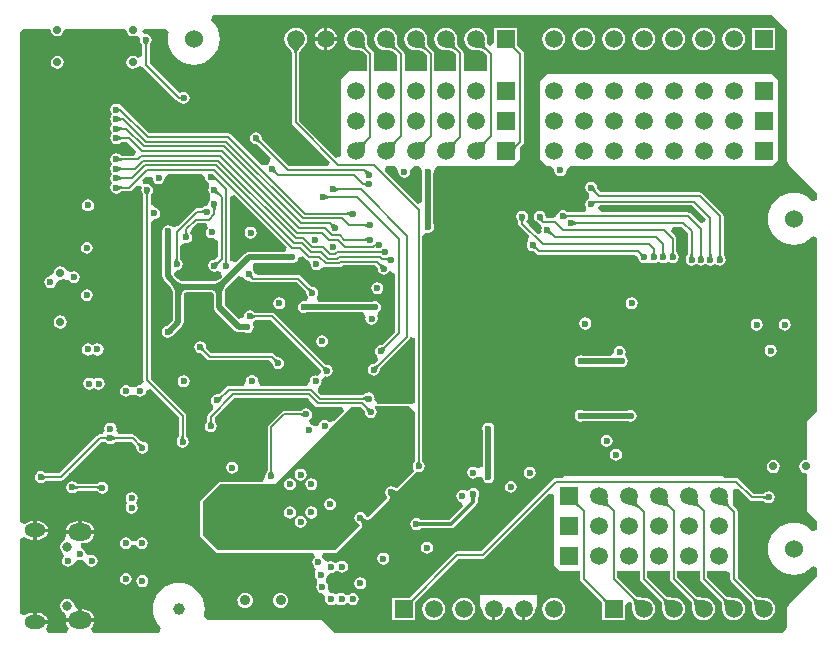
<source format=gbl>
G04*
G04 #@! TF.GenerationSoftware,Altium Limited,Altium Designer,18.0.12 (696)*
G04*
G04 Layer_Physical_Order=4*
G04 Layer_Color=65280*
%FSLAX44Y44*%
%MOMM*%
G71*
G01*
G75*
%ADD10C,0.5000*%
%ADD13C,0.2000*%
%ADD16C,0.3000*%
%ADD26R,1.5000X1.5000*%
%ADD120C,1.0000*%
%ADD126C,1.5000*%
%ADD127C,0.7000*%
%ADD128C,0.9000*%
%ADD129C,0.8000*%
%ADD130O,1.8000X1.1500*%
%ADD131O,2.0000X1.4500*%
%ADD132C,1.5240*%
%ADD133C,0.6000*%
G36*
X113891Y504639D02*
X113704Y504413D01*
X113539Y504181D01*
X113396Y503942D01*
X113275Y503697D01*
X113176Y503445D01*
X113099Y503187D01*
X113044Y502921D01*
X113011Y502650D01*
X113000Y502372D01*
X111000D01*
X110989Y502650D01*
X110956Y502921D01*
X110901Y503187D01*
X110824Y503445D01*
X110725Y503697D01*
X110604Y503942D01*
X110461Y504181D01*
X110296Y504413D01*
X110109Y504639D01*
X109900Y504858D01*
X114100D01*
X113891Y504639D01*
D02*
G37*
G36*
X641874Y528027D02*
X655027Y514874D01*
Y406400D01*
Y405000D01*
X655436Y402944D01*
X656600Y401200D01*
X680427Y377374D01*
Y371961D01*
X676427Y370530D01*
X675932Y371132D01*
X672604Y373864D01*
X668806Y375894D01*
X664685Y377144D01*
X660400Y377566D01*
X656115Y377144D01*
X651994Y375894D01*
X648196Y373864D01*
X644868Y371132D01*
X642136Y367804D01*
X640106Y364006D01*
X638856Y359885D01*
X638434Y355600D01*
X638856Y351315D01*
X640106Y347194D01*
X642136Y343396D01*
X644868Y340068D01*
X648196Y337336D01*
X651994Y335306D01*
X656115Y334056D01*
X660400Y333634D01*
X664685Y334056D01*
X668806Y335306D01*
X672604Y337336D01*
X675932Y340068D01*
X676427Y340670D01*
X680427Y339239D01*
Y193026D01*
X673201Y185800D01*
X672036Y184056D01*
X671627Y182000D01*
Y152327D01*
X670750Y151608D01*
X668604Y151181D01*
X666785Y149965D01*
X665569Y148146D01*
X665142Y146000D01*
X665569Y143854D01*
X666785Y142035D01*
X668604Y140819D01*
X670750Y140392D01*
X671627Y139673D01*
Y110000D01*
X672036Y107944D01*
X673201Y106201D01*
X680427Y98974D01*
Y92561D01*
X676427Y91130D01*
X675932Y91732D01*
X672604Y94464D01*
X668806Y96494D01*
X664685Y97744D01*
X660400Y98166D01*
X656115Y97744D01*
X651994Y96494D01*
X648196Y94464D01*
X644868Y91732D01*
X642136Y88404D01*
X640106Y84606D01*
X638856Y80485D01*
X638434Y76200D01*
X638856Y71915D01*
X640106Y67794D01*
X642136Y63996D01*
X644868Y60668D01*
X648196Y57936D01*
X651994Y55906D01*
X656115Y54656D01*
X660400Y54234D01*
X664685Y54656D01*
X668806Y55906D01*
X672604Y57936D01*
X675932Y60668D01*
X676427Y61270D01*
X680427Y59839D01*
Y53026D01*
X656200Y28800D01*
X655036Y27056D01*
X654627Y25000D01*
Y20000D01*
Y10000D01*
X654660Y9833D01*
X654336Y8204D01*
X653319Y6681D01*
X651796Y5664D01*
X650167Y5340D01*
X650000Y5373D01*
X271226D01*
X261800Y14799D01*
X260056Y15964D01*
X258000Y16373D01*
X164000D01*
X163985Y16370D01*
X160797Y19643D01*
X161244Y21115D01*
X161666Y25400D01*
X161244Y29685D01*
X159994Y33806D01*
X157964Y37604D01*
X155232Y40932D01*
X151904Y43664D01*
X148106Y45694D01*
X143985Y46944D01*
X139700Y47366D01*
X135415Y46944D01*
X131294Y45694D01*
X127496Y43664D01*
X124168Y40932D01*
X121436Y37604D01*
X119406Y33806D01*
X118156Y29685D01*
X117734Y25400D01*
X118156Y21115D01*
X119406Y16994D01*
X121436Y13196D01*
X124168Y9868D01*
X124770Y9373D01*
X123339Y5373D01*
X66992D01*
X65684Y8378D01*
X65516Y9373D01*
X66830Y11085D01*
X67762Y13335D01*
X67882Y14250D01*
X56000D01*
X44118D01*
X44238Y13335D01*
X45170Y11085D01*
X46484Y9373D01*
X46316Y8378D01*
X45008Y5373D01*
X28983D01*
X27932Y6970D01*
X27277Y9373D01*
X28020Y10342D01*
X28800Y12227D01*
X28869Y12750D01*
X18000D01*
Y14250D01*
X16500D01*
Y22067D01*
X14750D01*
X12727Y21800D01*
X10842Y21020D01*
X9373Y19893D01*
X8673Y19999D01*
X5373Y21331D01*
Y84669D01*
X8673Y86001D01*
X9373Y86107D01*
X10842Y84980D01*
X12727Y84199D01*
X14750Y83933D01*
X16500D01*
Y91750D01*
X18000D01*
D01*
X16500D01*
Y99567D01*
X14750D01*
X12727Y99300D01*
X10842Y98520D01*
X9373Y97393D01*
X8673Y97499D01*
X5373Y98831D01*
X5373Y512000D01*
X5340Y512167D01*
X5664Y513796D01*
X6681Y515319D01*
X8204Y516336D01*
X9833Y516660D01*
X10000Y516627D01*
X30673D01*
X31392Y515750D01*
X31819Y513604D01*
X33035Y511785D01*
X34854Y510569D01*
X37000Y510142D01*
X39146Y510569D01*
X40965Y511785D01*
X42181Y513604D01*
X42608Y515750D01*
X43327Y516627D01*
X94673D01*
X95392Y515750D01*
X95819Y513604D01*
X97035Y511785D01*
X98854Y510569D01*
X101000Y510142D01*
X103146Y510569D01*
X103911Y511081D01*
X103953Y511106D01*
X104744Y510595D01*
X104744D01*
X106123Y509704D01*
X107194Y508469D01*
X107117Y508081D01*
X106902Y507000D01*
X107290Y505049D01*
X108395Y503395D01*
X108610Y503252D01*
X108678Y503170D01*
X108753Y503065D01*
X108812Y502966D01*
X108858Y502872D01*
X108894Y502780D01*
X108922Y502688D01*
X108941Y502594D01*
Y493465D01*
X104965Y492215D01*
X103146Y493431D01*
X101000Y493858D01*
X98854Y493431D01*
X97035Y492215D01*
X95819Y490396D01*
X95392Y488250D01*
X95819Y486104D01*
X97035Y484285D01*
X98854Y483069D01*
X101000Y482642D01*
X103146Y483069D01*
X104965Y484285D01*
X105149Y484560D01*
X106865Y484675D01*
X109576Y484228D01*
X109837Y483837D01*
X137837Y455837D01*
X137837Y455837D01*
X138829Y455174D01*
X140000Y454941D01*
X140030D01*
X140395Y454395D01*
X142049Y453290D01*
X144000Y452902D01*
X145951Y453290D01*
X147605Y454395D01*
X148710Y456049D01*
X149098Y458000D01*
X148710Y459951D01*
X147605Y461605D01*
X145951Y462710D01*
X144000Y463098D01*
X142049Y462710D01*
X140590Y461735D01*
X115059Y487267D01*
Y502594D01*
X115078Y502688D01*
X115106Y502780D01*
X115142Y502872D01*
X115188Y502966D01*
X115247Y503065D01*
X115322Y503170D01*
X115390Y503252D01*
X115605Y503395D01*
X116710Y505049D01*
X117098Y507000D01*
X116710Y508951D01*
X115605Y510605D01*
X113951Y511710D01*
X112000Y512098D01*
X111762Y512051D01*
X109822Y513047D01*
X108753Y514258D01*
X108745Y514273D01*
X110530Y516627D01*
X127000D01*
X128057Y516837D01*
X130473Y514932D01*
X131291Y513718D01*
X130856Y512285D01*
X130434Y508000D01*
X130856Y503715D01*
X132106Y499594D01*
X134136Y495796D01*
X136868Y492468D01*
X140196Y489736D01*
X143994Y487706D01*
X148115Y486456D01*
X152400Y486034D01*
X156685Y486456D01*
X160806Y487706D01*
X164604Y489736D01*
X167932Y492468D01*
X170664Y495796D01*
X172694Y499594D01*
X173944Y503715D01*
X174366Y508000D01*
X173944Y512285D01*
X172694Y516406D01*
X170664Y520204D01*
X167932Y523532D01*
X167330Y524027D01*
X168761Y528027D01*
X641874Y528027D01*
D02*
G37*
G36*
X141236Y456833D02*
X141211Y456865D01*
X141164Y456893D01*
X141095Y456918D01*
X141005Y456940D01*
X140892Y456958D01*
X140601Y456985D01*
X140222Y456998D01*
X140000Y457000D01*
Y459000D01*
X140222Y459002D01*
X141005Y459060D01*
X141095Y459082D01*
X141164Y459107D01*
X141211Y459135D01*
X141236Y459167D01*
Y456833D01*
D02*
G37*
%LPC*%
G36*
X265660Y517384D02*
Y509500D01*
X273545D01*
X273416Y510480D01*
X272458Y512791D01*
X270935Y514775D01*
X268951Y516298D01*
X266640Y517256D01*
X265660Y517384D01*
D02*
G37*
G36*
X262660D02*
X261680Y517256D01*
X259369Y516298D01*
X257384Y514775D01*
X255862Y512791D01*
X254904Y510480D01*
X254776Y509500D01*
X262660D01*
Y517384D01*
D02*
G37*
G36*
X273545Y506500D02*
X265660D01*
Y498615D01*
X266640Y498745D01*
X268951Y499702D01*
X270935Y501225D01*
X272458Y503209D01*
X273416Y505520D01*
X273545Y506500D01*
D02*
G37*
G36*
X262660D02*
X254776D01*
X254904Y505520D01*
X255862Y503209D01*
X257384Y501225D01*
X259369Y499702D01*
X261680Y498745D01*
X262660Y498615D01*
Y506500D01*
D02*
G37*
G36*
X644500Y517500D02*
X625500D01*
Y498500D01*
X644500D01*
Y517500D01*
D02*
G37*
G36*
X609600Y517582D02*
X607120Y517256D01*
X604809Y516298D01*
X602825Y514775D01*
X601302Y512791D01*
X600345Y510480D01*
X600018Y508000D01*
X600345Y505520D01*
X601302Y503209D01*
X602825Y501225D01*
X604809Y499702D01*
X607120Y498745D01*
X609600Y498418D01*
X612080Y498745D01*
X614391Y499702D01*
X616375Y501225D01*
X617898Y503209D01*
X618856Y505520D01*
X619182Y508000D01*
X618856Y510480D01*
X617898Y512791D01*
X616375Y514775D01*
X614391Y516298D01*
X612080Y517256D01*
X609600Y517582D01*
D02*
G37*
G36*
X584200D02*
X581720Y517256D01*
X579409Y516298D01*
X577425Y514775D01*
X575902Y512791D01*
X574944Y510480D01*
X574618Y508000D01*
X574944Y505520D01*
X575902Y503209D01*
X577425Y501225D01*
X579409Y499702D01*
X581720Y498745D01*
X584200Y498418D01*
X586680Y498745D01*
X588991Y499702D01*
X590975Y501225D01*
X592498Y503209D01*
X593456Y505520D01*
X593782Y508000D01*
X593456Y510480D01*
X592498Y512791D01*
X590975Y514775D01*
X588991Y516298D01*
X586680Y517256D01*
X584200Y517582D01*
D02*
G37*
G36*
X558800D02*
X556320Y517256D01*
X554009Y516298D01*
X552024Y514775D01*
X550502Y512791D01*
X549544Y510480D01*
X549218Y508000D01*
X549544Y505520D01*
X550502Y503209D01*
X552024Y501225D01*
X554009Y499702D01*
X556320Y498745D01*
X558800Y498418D01*
X561280Y498745D01*
X563591Y499702D01*
X565575Y501225D01*
X567098Y503209D01*
X568055Y505520D01*
X568382Y508000D01*
X568055Y510480D01*
X567098Y512791D01*
X565575Y514775D01*
X563591Y516298D01*
X561280Y517256D01*
X558800Y517582D01*
D02*
G37*
G36*
X533400D02*
X530920Y517256D01*
X528609Y516298D01*
X526624Y514775D01*
X525102Y512791D01*
X524145Y510480D01*
X523818Y508000D01*
X524145Y505520D01*
X525102Y503209D01*
X526624Y501225D01*
X528609Y499702D01*
X530920Y498745D01*
X533400Y498418D01*
X535880Y498745D01*
X538191Y499702D01*
X540175Y501225D01*
X541698Y503209D01*
X542655Y505520D01*
X542982Y508000D01*
X542655Y510480D01*
X541698Y512791D01*
X540175Y514775D01*
X538191Y516298D01*
X535880Y517256D01*
X533400Y517582D01*
D02*
G37*
G36*
X508000D02*
X505520Y517256D01*
X503209Y516298D01*
X501225Y514775D01*
X499702Y512791D01*
X498745Y510480D01*
X498418Y508000D01*
X498745Y505520D01*
X499702Y503209D01*
X501225Y501225D01*
X503209Y499702D01*
X505520Y498745D01*
X508000Y498418D01*
X510480Y498745D01*
X512791Y499702D01*
X514775Y501225D01*
X516298Y503209D01*
X517256Y505520D01*
X517582Y508000D01*
X517256Y510480D01*
X516298Y512791D01*
X514775Y514775D01*
X512791Y516298D01*
X510480Y517256D01*
X508000Y517582D01*
D02*
G37*
G36*
X482600D02*
X480120Y517256D01*
X477809Y516298D01*
X475825Y514775D01*
X474302Y512791D01*
X473344Y510480D01*
X473018Y508000D01*
X473344Y505520D01*
X474302Y503209D01*
X475825Y501225D01*
X477809Y499702D01*
X480120Y498745D01*
X482600Y498418D01*
X485080Y498745D01*
X487391Y499702D01*
X489375Y501225D01*
X490898Y503209D01*
X491856Y505520D01*
X492182Y508000D01*
X491856Y510480D01*
X490898Y512791D01*
X489375Y514775D01*
X487391Y516298D01*
X485080Y517256D01*
X482600Y517582D01*
D02*
G37*
G36*
X457200D02*
X454720Y517256D01*
X452409Y516298D01*
X450424Y514775D01*
X448902Y512791D01*
X447944Y510480D01*
X447618Y508000D01*
X447944Y505520D01*
X448902Y503209D01*
X450424Y501225D01*
X452409Y499702D01*
X454720Y498745D01*
X457200Y498418D01*
X459680Y498745D01*
X461991Y499702D01*
X463975Y501225D01*
X465498Y503209D01*
X466455Y505520D01*
X466782Y508000D01*
X466455Y510480D01*
X465498Y512791D01*
X463975Y514775D01*
X461991Y516298D01*
X459680Y517256D01*
X457200Y517582D01*
D02*
G37*
G36*
X37000Y493858D02*
X34854Y493431D01*
X33035Y492215D01*
X31819Y490396D01*
X31392Y488250D01*
X31819Y486104D01*
X33035Y484285D01*
X34854Y483069D01*
X37000Y482642D01*
X39146Y483069D01*
X40965Y484285D01*
X42181Y486104D01*
X42608Y488250D01*
X42181Y490396D01*
X40965Y492215D01*
X39146Y493431D01*
X37000Y493858D01*
D02*
G37*
G36*
X391160Y517582D02*
X388680Y517256D01*
X386369Y516298D01*
X384384Y514775D01*
X382862Y512791D01*
X381904Y510480D01*
X381578Y508000D01*
X381904Y505520D01*
X382862Y503209D01*
X384384Y501225D01*
X386369Y499702D01*
X388680Y498745D01*
X391160Y498418D01*
X391478Y498460D01*
X392319Y498456D01*
X394238Y498345D01*
X395007Y498249D01*
X395693Y498125D01*
X396269Y497980D01*
X396731Y497822D01*
X397077Y497664D01*
X397309Y497521D01*
X397333Y497501D01*
X400941Y493893D01*
Y481165D01*
X381059D01*
Y495760D01*
X380826Y496931D01*
X380163Y497923D01*
X380163Y497923D01*
X376259Y501827D01*
X376239Y501851D01*
X376096Y502082D01*
X375938Y502429D01*
X375780Y502891D01*
X375635Y503468D01*
X375511Y504153D01*
X375415Y504922D01*
X375304Y506841D01*
X375300Y507682D01*
X375342Y508000D01*
X375015Y510480D01*
X374058Y512791D01*
X372536Y514775D01*
X370551Y516298D01*
X368240Y517256D01*
X365760Y517582D01*
X363280Y517256D01*
X360969Y516298D01*
X358984Y514775D01*
X357462Y512791D01*
X356505Y510480D01*
X356178Y508000D01*
X356505Y505520D01*
X357462Y503209D01*
X358984Y501225D01*
X360969Y499702D01*
X363280Y498745D01*
X365760Y498418D01*
X366078Y498460D01*
X366919Y498456D01*
X368838Y498345D01*
X369607Y498249D01*
X370293Y498125D01*
X370869Y497980D01*
X371331Y497822D01*
X371678Y497664D01*
X371909Y497521D01*
X371933Y497501D01*
X374941Y494493D01*
Y481165D01*
X356059D01*
Y495360D01*
X355826Y496531D01*
X355163Y497523D01*
X355163Y497523D01*
X350859Y501827D01*
X350839Y501851D01*
X350696Y502082D01*
X350538Y502429D01*
X350381Y502891D01*
X350235Y503468D01*
X350111Y504153D01*
X350015Y504922D01*
X349904Y506841D01*
X349900Y507682D01*
X349942Y508000D01*
X349616Y510480D01*
X348658Y512791D01*
X347136Y514775D01*
X345151Y516298D01*
X342840Y517256D01*
X340360Y517582D01*
X337880Y517256D01*
X335569Y516298D01*
X333585Y514775D01*
X332062Y512791D01*
X331105Y510480D01*
X330778Y508000D01*
X331105Y505520D01*
X332062Y503209D01*
X333585Y501225D01*
X335569Y499702D01*
X337880Y498745D01*
X340360Y498418D01*
X340678Y498460D01*
X341519Y498456D01*
X343438Y498345D01*
X344207Y498249D01*
X344893Y498125D01*
X345469Y497980D01*
X345931Y497822D01*
X346278Y497664D01*
X346509Y497521D01*
X346533Y497501D01*
X349941Y494093D01*
Y481165D01*
X331059D01*
Y494960D01*
X330826Y496131D01*
X330163Y497123D01*
X330163Y497123D01*
X325459Y501827D01*
X325439Y501851D01*
X325296Y502082D01*
X325138Y502429D01*
X324981Y502891D01*
X324835Y503468D01*
X324711Y504153D01*
X324615Y504922D01*
X324504Y506841D01*
X324500Y507682D01*
X324542Y508000D01*
X324216Y510480D01*
X323258Y512791D01*
X321735Y514775D01*
X319751Y516298D01*
X317440Y517256D01*
X314960Y517582D01*
X312480Y517256D01*
X310169Y516298D01*
X308185Y514775D01*
X306662Y512791D01*
X305704Y510480D01*
X305378Y508000D01*
X305704Y505520D01*
X306662Y503209D01*
X308185Y501225D01*
X310169Y499702D01*
X312480Y498745D01*
X314960Y498418D01*
X315278Y498460D01*
X316119Y498456D01*
X318038Y498345D01*
X318807Y498249D01*
X319493Y498125D01*
X320069Y497980D01*
X320531Y497822D01*
X320877Y497664D01*
X321109Y497521D01*
X321133Y497501D01*
X324941Y493693D01*
Y481165D01*
X305059D01*
Y495560D01*
X305059Y495560D01*
X304826Y496730D01*
X304163Y497723D01*
X300059Y501827D01*
X300039Y501851D01*
X299896Y502082D01*
X299738Y502429D01*
X299580Y502891D01*
X299435Y503468D01*
X299311Y504153D01*
X299215Y504922D01*
X299104Y506841D01*
X299100Y507682D01*
X299142Y508000D01*
X298815Y510480D01*
X297858Y512791D01*
X296336Y514775D01*
X294351Y516298D01*
X292040Y517256D01*
X289560Y517582D01*
X287080Y517256D01*
X284769Y516298D01*
X282785Y514775D01*
X281262Y512791D01*
X280305Y510480D01*
X279978Y508000D01*
X280305Y505520D01*
X281262Y503209D01*
X282785Y501225D01*
X284769Y499702D01*
X287080Y498745D01*
X289560Y498418D01*
X289878Y498460D01*
X290719Y498456D01*
X292638Y498345D01*
X293407Y498249D01*
X294093Y498125D01*
X294669Y497980D01*
X295131Y497822D01*
X295478Y497664D01*
X295709Y497521D01*
X295733Y497501D01*
X298941Y494293D01*
Y481165D01*
X284165D01*
X277000Y474000D01*
Y408968D01*
X273000Y407311D01*
X241819Y438492D01*
Y496211D01*
X241821Y496242D01*
X241884Y496507D01*
X242017Y496863D01*
X242233Y497302D01*
X242538Y497812D01*
X242934Y498385D01*
X243410Y498997D01*
X244689Y500432D01*
X245281Y501029D01*
X245535Y501225D01*
X247058Y503209D01*
X248015Y505520D01*
X248342Y508000D01*
X248015Y510480D01*
X247058Y512791D01*
X245535Y514775D01*
X243551Y516298D01*
X241240Y517256D01*
X238760Y517582D01*
X236280Y517256D01*
X233969Y516298D01*
X231985Y514775D01*
X230462Y512791D01*
X229505Y510480D01*
X229178Y508000D01*
X229505Y505520D01*
X230462Y503209D01*
X231985Y501225D01*
X232239Y501029D01*
X232831Y500432D01*
X234110Y498997D01*
X234586Y498385D01*
X234982Y497812D01*
X235287Y497302D01*
X235502Y496863D01*
X235636Y496507D01*
X235699Y496242D01*
X235701Y496211D01*
Y437225D01*
X235701Y437225D01*
X235934Y436055D01*
X236597Y435062D01*
X267905Y403754D01*
X266375Y400059D01*
X233267D01*
X210278Y423048D01*
X210226Y423127D01*
X210180Y423212D01*
X210141Y423302D01*
X210107Y423402D01*
X210079Y423513D01*
X210057Y423641D01*
X210047Y423747D01*
X210098Y424000D01*
X209710Y425951D01*
X208605Y427605D01*
X206951Y428710D01*
X205000Y429098D01*
X203049Y428710D01*
X201395Y427605D01*
X200290Y425951D01*
X199902Y424000D01*
X200290Y422049D01*
X201395Y420395D01*
X203049Y419290D01*
X205000Y418902D01*
X205253Y418952D01*
X205359Y418943D01*
X205487Y418921D01*
X205598Y418893D01*
X205698Y418859D01*
X205788Y418820D01*
X205873Y418774D01*
X205952Y418722D01*
X217664Y407010D01*
X216558Y402742D01*
X216404Y402613D01*
X214895Y401605D01*
X210488Y400800D01*
X209997Y400926D01*
X183761Y427163D01*
X182768Y427826D01*
X181598Y428059D01*
X181598Y428059D01*
X114610D01*
X92506Y450163D01*
X91514Y450826D01*
X91066Y450915D01*
X90605Y451605D01*
X88951Y452710D01*
X87000Y453098D01*
X85049Y452710D01*
X83395Y451605D01*
X82290Y449951D01*
X81902Y448000D01*
X82290Y446049D01*
X83216Y444000D01*
X82290Y441951D01*
X81902Y440000D01*
X82290Y438049D01*
X83216Y436000D01*
X82290Y433951D01*
X81902Y432000D01*
X82290Y430049D01*
X83216Y428000D01*
X82290Y425951D01*
X81902Y424000D01*
X82290Y422049D01*
X83395Y420395D01*
X85049Y419290D01*
X87000Y418902D01*
X88951Y419290D01*
X90605Y420395D01*
X90748Y420610D01*
X90830Y420678D01*
X90935Y420753D01*
X91034Y420812D01*
X91129Y420858D01*
X91220Y420894D01*
X91312Y420922D01*
X91405Y420941D01*
X96076D01*
X103861Y413157D01*
Y412411D01*
X102302Y409059D01*
X91405D01*
X91312Y409078D01*
X91220Y409106D01*
X91129Y409142D01*
X91034Y409188D01*
X90935Y409247D01*
X90830Y409322D01*
X90748Y409390D01*
X90605Y409605D01*
X88951Y410710D01*
X87000Y411098D01*
X85049Y410710D01*
X83395Y409605D01*
X82290Y407951D01*
X81902Y406000D01*
X82290Y404049D01*
X83216Y402000D01*
X82290Y399951D01*
X81902Y398000D01*
X82290Y396049D01*
X83216Y394000D01*
X82290Y391951D01*
X81902Y390000D01*
X82290Y388049D01*
X83216Y386000D01*
X82290Y383951D01*
X81902Y382000D01*
X82290Y380049D01*
X83395Y378395D01*
X85049Y377290D01*
X87000Y376902D01*
X88951Y377290D01*
X90605Y378395D01*
X90748Y378610D01*
X90830Y378678D01*
X90935Y378753D01*
X91034Y378812D01*
X91129Y378858D01*
X91220Y378894D01*
X91312Y378922D01*
X91405Y378941D01*
X98000D01*
X98000Y378941D01*
X99171Y379174D01*
X100163Y379837D01*
X104668Y384342D01*
X108313Y382330D01*
X108290Y381951D01*
X108128Y381138D01*
X107902Y380000D01*
X108290Y378049D01*
X109395Y376395D01*
X109610Y376252D01*
X109678Y376170D01*
X109753Y376065D01*
X109812Y375966D01*
X109858Y375872D01*
X109894Y375780D01*
X109922Y375688D01*
X109941Y375594D01*
Y219000D01*
X109941Y219000D01*
X110058Y218415D01*
X108628Y216379D01*
X107217Y215055D01*
X107000Y215098D01*
X105049Y214710D01*
X103395Y213605D01*
X103222Y213346D01*
X103159Y213321D01*
X98841D01*
X98778Y213346D01*
X98605Y213605D01*
X96951Y214710D01*
X95000Y215098D01*
X93049Y214710D01*
X91395Y213605D01*
X90290Y211951D01*
X89902Y210000D01*
X90290Y208049D01*
X91395Y206395D01*
X93049Y205290D01*
X95000Y204902D01*
X96951Y205290D01*
X98605Y206395D01*
X98778Y206654D01*
X98841Y206679D01*
X103159D01*
X103222Y206654D01*
X103395Y206395D01*
X105049Y205290D01*
X107000Y204902D01*
X108951Y205290D01*
X110605Y206395D01*
X111710Y208049D01*
X112098Y210000D01*
X115804Y211870D01*
X139941Y187733D01*
Y171406D01*
X139922Y171312D01*
X139894Y171220D01*
X139858Y171129D01*
X139812Y171035D01*
X139753Y170935D01*
X139678Y170830D01*
X139610Y170748D01*
X139395Y170605D01*
X138290Y168951D01*
X137902Y167000D01*
X138290Y165049D01*
X139395Y163395D01*
X141049Y162290D01*
X143000Y161902D01*
X144951Y162290D01*
X146605Y163395D01*
X147710Y165049D01*
X148098Y167000D01*
X147710Y168951D01*
X146605Y170605D01*
X146390Y170748D01*
X146322Y170830D01*
X146247Y170935D01*
X146188Y171034D01*
X146142Y171129D01*
X146105Y171220D01*
X146078Y171312D01*
X146059Y171406D01*
Y189000D01*
X145826Y190171D01*
X145163Y191163D01*
X145163Y191163D01*
X116059Y220267D01*
Y351757D01*
X119000Y355152D01*
X120951Y355540D01*
X122605Y356645D01*
X123710Y358299D01*
X124098Y360250D01*
X123710Y362201D01*
X122605Y363855D01*
X120951Y364960D01*
X119000Y365348D01*
X116059Y368743D01*
Y375594D01*
X116078Y375688D01*
X116106Y375780D01*
X116142Y375872D01*
X116188Y375965D01*
X116247Y376065D01*
X116322Y376170D01*
X116390Y376252D01*
X116605Y376395D01*
X117710Y378049D01*
X118098Y380000D01*
X117710Y381951D01*
X116605Y383605D01*
X114951Y384710D01*
X113000Y385098D01*
X111862Y384872D01*
X111049Y384710D01*
X110670Y384687D01*
X108658Y388332D01*
X111701Y391376D01*
X117029Y391046D01*
X117655Y390247D01*
X118043Y388297D01*
X119148Y386643D01*
X120802Y385537D01*
X122753Y385149D01*
X124704Y385537D01*
X126357Y386643D01*
X127463Y388297D01*
X127851Y390247D01*
X130649Y393821D01*
X130884Y393941D01*
X158507D01*
X161902Y391000D01*
X162290Y389049D01*
X163395Y387395D01*
X164147Y386893D01*
X165122Y385467D01*
X165416Y382139D01*
X165290Y381951D01*
X164902Y380000D01*
X165290Y378049D01*
X166395Y376395D01*
X166654Y376222D01*
X166679Y376158D01*
Y371842D01*
X166654Y371778D01*
X166395Y371605D01*
X165290Y369951D01*
X164902Y368000D01*
X163750Y366848D01*
X161799Y366460D01*
X160145Y365355D01*
X160002Y365140D01*
X159920Y365072D01*
X159815Y364997D01*
X159716Y364938D01*
X159621Y364892D01*
X159530Y364856D01*
X159438Y364828D01*
X159345Y364809D01*
X155450D01*
X154279Y364576D01*
X153287Y363913D01*
X153287Y363913D01*
X138840Y349466D01*
X134605Y348605D01*
X132951Y349710D01*
X131000Y350098D01*
X129049Y349710D01*
X127395Y348605D01*
X126290Y346951D01*
X125902Y345000D01*
X125941Y344806D01*
X125872Y344460D01*
Y307040D01*
X126221Y305284D01*
X127216Y303796D01*
X132692Y298320D01*
X133095Y297815D01*
X133535Y297169D01*
X133912Y296504D01*
X134230Y295817D01*
X134491Y295107D01*
X134694Y294370D01*
X134841Y293602D01*
X134912Y292960D01*
Y270044D01*
X129764Y264896D01*
X128509Y264646D01*
X126855Y263541D01*
X125750Y261887D01*
X125362Y259936D01*
X125750Y257985D01*
X126855Y256332D01*
X128509Y255226D01*
X130460Y254839D01*
X132411Y255226D01*
X134065Y256332D01*
X134119Y256413D01*
X134537Y256692D01*
X142744Y264899D01*
X143739Y266388D01*
X144088Y268143D01*
Y291266D01*
X144182Y291798D01*
X144329Y292238D01*
X144502Y292561D01*
X144699Y292801D01*
X144939Y292998D01*
X145262Y293171D01*
X145702Y293318D01*
X146234Y293412D01*
X167266D01*
X167798Y293318D01*
X168238Y293171D01*
X168561Y292998D01*
X168801Y292801D01*
X168997Y292561D01*
X169171Y292238D01*
X169318Y291798D01*
X169412Y291266D01*
Y281000D01*
X169761Y279244D01*
X170756Y277756D01*
X187756Y260756D01*
X189244Y259761D01*
X191000Y259412D01*
X195867D01*
X196049Y259290D01*
X198000Y258902D01*
X199951Y259290D01*
X201605Y260395D01*
X202710Y262049D01*
X203098Y264000D01*
X202710Y265951D01*
X202607Y266270D01*
X202786Y266716D01*
X203705Y268752D01*
X204760Y269941D01*
X217733D01*
X259722Y227952D01*
X259774Y227873D01*
X259820Y227788D01*
X259859Y227698D01*
X259893Y227598D01*
X259921Y227486D01*
X259943Y227359D01*
X259953Y227253D01*
X259902Y227000D01*
X260120Y225904D01*
X258755Y224102D01*
X258543Y223900D01*
X256958Y222858D01*
X255750Y223098D01*
X253799Y222710D01*
X252145Y221605D01*
X251040Y219951D01*
X250652Y218000D01*
X248103Y214315D01*
X247668Y214059D01*
X209697D01*
X208978Y214628D01*
X206850Y218059D01*
X206938Y218500D01*
X206550Y220451D01*
X205445Y222105D01*
X203791Y223210D01*
X201840Y223598D01*
X199889Y223210D01*
X198235Y222105D01*
X197130Y220451D01*
X196742Y218500D01*
X196830Y218059D01*
X194702Y214628D01*
X193983Y214059D01*
X182000D01*
X180830Y213826D01*
X179837Y213163D01*
X179837Y213163D01*
X173586Y206912D01*
X173552Y206891D01*
X173521Y206876D01*
X173498Y206868D01*
X173475Y206863D01*
X173445Y206860D01*
X173398Y206861D01*
X173330Y206868D01*
X173148Y206905D01*
X172961Y206907D01*
X172000Y207098D01*
X170049Y206710D01*
X168395Y205605D01*
X167290Y203951D01*
X166902Y202000D01*
X167290Y200049D01*
X168395Y198395D01*
X168504Y193830D01*
X164837Y190163D01*
X164174Y189170D01*
X163941Y188000D01*
X163941Y188000D01*
Y184405D01*
X163922Y184312D01*
X163894Y184220D01*
X163858Y184128D01*
X163812Y184035D01*
X163753Y183935D01*
X163678Y183830D01*
X163610Y183748D01*
X163395Y183605D01*
X162290Y181951D01*
X161902Y180000D01*
X162290Y178049D01*
X163395Y176395D01*
X165049Y175290D01*
X167000Y174902D01*
X168951Y175290D01*
X170605Y176395D01*
X171710Y178049D01*
X172098Y180000D01*
X171710Y181951D01*
X170605Y183605D01*
X170767Y187441D01*
X187267Y203941D01*
X248734D01*
X255338Y197337D01*
X256330Y196674D01*
X257501Y196441D01*
X257501Y196441D01*
X278331D01*
X279862Y192746D01*
X271328Y184212D01*
X266855Y183855D01*
X265201Y184960D01*
X263250Y185348D01*
X261299Y184960D01*
X259645Y183855D01*
X258540Y182201D01*
X258293Y180961D01*
X256036Y179981D01*
X255304Y179888D01*
Y179888D01*
X254522Y179788D01*
X254522Y179788D01*
X254286Y179759D01*
X254236Y179835D01*
X253955Y180255D01*
X252301Y181360D01*
X251123Y181594D01*
X251123Y181594D01*
X250686Y181833D01*
X250103Y185621D01*
X250509Y185987D01*
X251120Y186395D01*
X252225Y188049D01*
X252613Y190000D01*
X252225Y191951D01*
X251120Y193605D01*
X249466Y194710D01*
X247516Y195098D01*
X245565Y194710D01*
X243911Y193605D01*
X243767Y193390D01*
X243685Y193322D01*
X243580Y193247D01*
X243481Y193188D01*
X243387Y193142D01*
X243295Y193106D01*
X243203Y193078D01*
X243110Y193059D01*
X229000D01*
X229000Y193059D01*
X227829Y192826D01*
X226837Y192163D01*
X215837Y181163D01*
X215174Y180170D01*
X214941Y179000D01*
X214941Y179000D01*
Y142406D01*
X214922Y142312D01*
X214894Y142220D01*
X214858Y142128D01*
X214812Y142035D01*
X214753Y141935D01*
X214678Y141830D01*
X214610Y141748D01*
X214395Y141605D01*
X213290Y139951D01*
X212902Y138000D01*
X213093Y137039D01*
X211409Y134026D01*
X210490Y133039D01*
X175000D01*
X174220Y132884D01*
X173558Y132442D01*
X173558Y132442D01*
X158558Y117442D01*
X158116Y116780D01*
X157961Y116000D01*
Y88000D01*
X158116Y87220D01*
X158558Y86558D01*
X171558Y73558D01*
X172220Y73116D01*
X173000Y72961D01*
X253715Y72961D01*
X254928Y68961D01*
X254395Y68605D01*
X253290Y66951D01*
X252902Y65000D01*
X253290Y63049D01*
X254395Y61395D01*
X254632Y61237D01*
X255847Y58734D01*
X255533Y56314D01*
X255290Y55951D01*
X254902Y54000D01*
X255290Y52049D01*
X256522Y49715D01*
X256636Y47987D01*
X256540Y45701D01*
X256152Y43750D01*
X256540Y41799D01*
X257645Y40145D01*
X259299Y39040D01*
X261250Y38652D01*
X261601Y38244D01*
X263661Y35053D01*
X263402Y33750D01*
X263790Y31799D01*
X264895Y30145D01*
X266549Y29040D01*
X268500Y28652D01*
X270451Y29040D01*
X273125Y29840D01*
X275799Y29040D01*
X277750Y28652D01*
X279701Y29040D01*
X281355Y30145D01*
X283645Y30145D01*
X285299Y29040D01*
X287250Y28652D01*
X289201Y29040D01*
X290855Y30145D01*
X291960Y31799D01*
X292348Y33750D01*
X291960Y35701D01*
X290855Y37355D01*
X289201Y38460D01*
X287250Y38848D01*
X285299Y38460D01*
X283645Y37355D01*
X281355Y37355D01*
X279701Y38460D01*
X277750Y38848D01*
X275799Y38460D01*
X273125Y37660D01*
X270451Y38460D01*
X268500Y38848D01*
X268149Y39256D01*
X266089Y42447D01*
X266348Y43750D01*
X265960Y45701D01*
X264728Y48035D01*
X264701Y48440D01*
X264735Y50474D01*
X265105Y52640D01*
X266299Y53991D01*
X267161Y54793D01*
X268451Y55628D01*
X268500Y55652D01*
X268500Y55652D01*
X268834Y55719D01*
X270451Y56040D01*
X272105Y57145D01*
X274395Y57645D01*
X276049Y56540D01*
X278000Y56152D01*
X279951Y56540D01*
X281605Y57645D01*
X282710Y59299D01*
X283098Y61250D01*
X282710Y63201D01*
X281605Y64855D01*
X279951Y65960D01*
X278000Y66348D01*
X276049Y65960D01*
X274395Y64855D01*
X272105Y64355D01*
X270451Y65460D01*
X268500Y65848D01*
X266974Y65544D01*
X266502Y65478D01*
X262797Y66917D01*
X262448Y67343D01*
X261605Y68605D01*
X261072Y68961D01*
X262285Y72961D01*
X272000D01*
X272000Y72961D01*
X272780Y73116D01*
X273442Y73558D01*
X294574Y94690D01*
X294741Y94939D01*
X294931Y95171D01*
X294960Y95268D01*
X295016Y95352D01*
X295075Y95646D01*
X295162Y95932D01*
X295152Y96033D01*
X295171Y96132D01*
X295113Y96426D01*
X295084Y96724D01*
X294666Y98102D01*
X294524Y98366D01*
X294410Y98643D01*
X294338Y98715D01*
X294291Y98804D01*
X294059Y98994D01*
X293847Y99206D01*
X292804Y101715D01*
X292789Y101778D01*
X292607Y103054D01*
X292641Y103258D01*
X293627Y103365D01*
X294011Y103301D01*
X296691Y102324D01*
X296756Y102246D01*
X296794Y102153D01*
X297006Y101941D01*
X297196Y101709D01*
X297196Y101709D01*
X297285Y101662D01*
X297357Y101590D01*
X297634Y101475D01*
X297898Y101334D01*
X299276Y100916D01*
X299574Y100887D01*
X299868Y100829D01*
X299967Y100848D01*
X300068Y100838D01*
X300354Y100925D01*
X300648Y100984D01*
X300732Y101040D01*
X300829Y101069D01*
X300829Y101069D01*
X301061Y101259D01*
X301310Y101426D01*
X317768Y117884D01*
X317824Y117968D01*
X317902Y118032D01*
X318043Y118296D01*
X318209Y118545D01*
X318229Y118644D01*
X318277Y118734D01*
X318306Y119032D01*
X318365Y119326D01*
X318345Y119425D01*
X318355Y119525D01*
X318250Y120595D01*
X318220Y120692D01*
Y120793D01*
X318106Y121070D01*
X318019Y121356D01*
X318115Y124014D01*
X318948Y124821D01*
X321773Y126259D01*
X322297Y125909D01*
X322390Y125871D01*
X322468Y125806D01*
X322469D01*
X322755Y125719D01*
X323032Y125605D01*
X323133D01*
X323230Y125576D01*
X324300Y125470D01*
X324400Y125480D01*
X324500Y125460D01*
X324794Y125519D01*
X325091Y125548D01*
X325181Y125596D01*
X325280Y125616D01*
X325529Y125782D01*
X325793Y125923D01*
X325793D01*
X325857Y126001D01*
X325941Y126058D01*
X340837Y140953D01*
X340949Y141120D01*
X341091Y141262D01*
X341098Y141280D01*
X343000Y140902D01*
X344951Y141290D01*
X346605Y142395D01*
X347710Y144049D01*
X348098Y146000D01*
X347710Y147951D01*
X346605Y149605D01*
X346390Y149748D01*
X346322Y149830D01*
X346247Y149935D01*
X346188Y150034D01*
X346142Y150128D01*
X346106Y150220D01*
X346078Y150312D01*
X346059Y150406D01*
Y341477D01*
X347025Y342386D01*
X350059Y344089D01*
X351000Y343902D01*
X352951Y344290D01*
X354605Y345395D01*
X355710Y347049D01*
X356098Y349000D01*
X355710Y350951D01*
X355338Y351507D01*
Y393117D01*
X355460Y393299D01*
X355848Y395250D01*
X355699Y396000D01*
X357575Y399217D01*
X358399Y400002D01*
X423061Y400061D01*
X429000Y406000D01*
Y416674D01*
X431163Y418837D01*
X431163Y418837D01*
X431826Y419829D01*
X432059Y421000D01*
X432059Y421000D01*
Y495560D01*
X432059Y495560D01*
X431826Y496730D01*
X431163Y497723D01*
X426552Y502334D01*
X426254Y502655D01*
X426060Y502896D01*
X426060Y502897D01*
Y503315D01*
X426069Y503359D01*
X426060Y503403D01*
Y517500D01*
X407060D01*
Y504371D01*
X404128Y502391D01*
X403060Y502133D01*
X401180Y503373D01*
X401011Y503603D01*
X400911Y504153D01*
X400815Y504922D01*
X400704Y506841D01*
X400700Y507682D01*
X400742Y508000D01*
X400415Y510480D01*
X399458Y512791D01*
X397935Y514775D01*
X395951Y516298D01*
X393640Y517256D01*
X391160Y517582D01*
D02*
G37*
G36*
X642000Y478000D02*
X452000Y478000D01*
X446000Y472000D01*
X446000Y406000D01*
X451999Y400000D01*
X454714D01*
X457902Y396750D01*
X458290Y394799D01*
X459395Y393145D01*
X461049Y392040D01*
X463000Y391652D01*
X464951Y392040D01*
X466605Y393145D01*
X467710Y394799D01*
X468098Y396750D01*
X471286Y400000D01*
X642001Y400001D01*
X647000Y405000D01*
X647000Y473000D01*
X642000Y478000D01*
D02*
G37*
G36*
X63000Y372098D02*
X61049Y371710D01*
X59395Y370605D01*
X58290Y368951D01*
X57902Y367000D01*
X58290Y365049D01*
X59395Y363395D01*
X61049Y362290D01*
X63000Y361902D01*
X64951Y362290D01*
X66605Y363395D01*
X67710Y365049D01*
X68098Y367000D01*
X67710Y368951D01*
X66605Y370605D01*
X64951Y371710D01*
X63000Y372098D01*
D02*
G37*
G36*
X489000Y387098D02*
X487049Y386710D01*
X485395Y385605D01*
X484290Y383951D01*
X483902Y382000D01*
X484290Y380049D01*
X485395Y378395D01*
X487049Y377290D01*
X487170Y376812D01*
X487049Y372710D01*
X485395Y371605D01*
X484290Y369951D01*
X483902Y368000D01*
X484290Y366049D01*
X484952Y365059D01*
X484202Y362592D01*
X483189Y361059D01*
X469406D01*
X469312Y361078D01*
X469220Y361106D01*
X469128Y361142D01*
X469035Y361188D01*
X468935Y361247D01*
X468830Y361322D01*
X468748Y361390D01*
X468605Y361605D01*
X466951Y362710D01*
X465000Y363098D01*
X463049Y362710D01*
X461395Y361605D01*
X460290Y359951D01*
X460215Y359573D01*
X458887Y357467D01*
X456210Y356059D01*
X451781D01*
X450598Y357500D01*
X450210Y359451D01*
X449105Y361105D01*
X447451Y362210D01*
X445500Y362598D01*
X443549Y362210D01*
X441895Y361105D01*
X440790Y359451D01*
X440402Y357500D01*
X440790Y355549D01*
X441895Y353895D01*
X443549Y352790D01*
X443666Y352767D01*
X444133Y352465D01*
X444234Y352389D01*
X444588Y352087D01*
X445837Y350837D01*
X447290Y347951D01*
X446902Y346000D01*
X447130Y344852D01*
X444648Y342861D01*
X443831Y342494D01*
X435935Y350391D01*
X434105Y353895D01*
X435210Y355549D01*
X435598Y357500D01*
X435210Y359451D01*
X434105Y361105D01*
X432451Y362210D01*
X430500Y362598D01*
X428549Y362210D01*
X426895Y361105D01*
X425790Y359451D01*
X425402Y357500D01*
X425790Y355549D01*
X426895Y353895D01*
X427110Y353752D01*
X427178Y353670D01*
X427253Y353565D01*
X427312Y353466D01*
X427358Y353372D01*
X427394Y353280D01*
X427422Y353188D01*
X427441Y353094D01*
Y351500D01*
X427441Y351500D01*
X427674Y350329D01*
X428337Y349337D01*
X436004Y341670D01*
X435895Y337105D01*
X434790Y335451D01*
X434402Y333500D01*
X434790Y331549D01*
X435895Y329895D01*
X437549Y328790D01*
X439500Y328402D01*
X439753Y328452D01*
X439859Y328443D01*
X439986Y328421D01*
X440098Y328393D01*
X440198Y328359D01*
X440288Y328320D01*
X440373Y328274D01*
X440452Y328222D01*
X442837Y325837D01*
X442837Y325837D01*
X443829Y325174D01*
X445000Y324941D01*
X445000Y324941D01*
X525635D01*
X528901Y322999D01*
X529289Y321049D01*
X530394Y319395D01*
X532048Y318290D01*
X533999Y317901D01*
X535950Y318290D01*
X538395Y319495D01*
X540049Y318390D01*
X542000Y318002D01*
X543951Y318390D01*
X545605Y319495D01*
X546395D01*
X548049Y318390D01*
X550000Y318002D01*
X551951Y318390D01*
X553605Y319495D01*
X554495D01*
X556149Y318390D01*
X558100Y318002D01*
X560051Y318390D01*
X561705Y319495D01*
X562810Y321149D01*
X563198Y323100D01*
X562810Y325051D01*
X561705Y326705D01*
X561490Y326848D01*
X561422Y326930D01*
X561347Y327035D01*
X561288Y327134D01*
X561242Y327229D01*
X561206Y327320D01*
X561178Y327412D01*
X561159Y327505D01*
Y338900D01*
X561159Y338900D01*
X560926Y340070D01*
X560263Y341063D01*
X560263Y341063D01*
X556385Y344941D01*
X558041Y348941D01*
X565733D01*
X570941Y343733D01*
Y325406D01*
X570922Y325312D01*
X570894Y325220D01*
X570858Y325129D01*
X570812Y325034D01*
X570753Y324935D01*
X570678Y324830D01*
X570610Y324748D01*
X570395Y324605D01*
X569290Y322951D01*
X568902Y321000D01*
X569290Y319049D01*
X570395Y317395D01*
X572049Y316290D01*
X574000Y315902D01*
X575951Y316290D01*
X577605Y317395D01*
X578395D01*
X580049Y316290D01*
X582000Y315902D01*
X583951Y316290D01*
X585605Y317395D01*
X586395D01*
X588049Y316290D01*
X590000Y315902D01*
X591951Y316290D01*
X593605Y317395D01*
X596049Y316290D01*
X598000Y315902D01*
X599951Y316290D01*
X601605Y317395D01*
X602710Y319049D01*
X603098Y321000D01*
X602710Y322951D01*
X601605Y324605D01*
X601390Y324748D01*
X601322Y324830D01*
X601247Y324935D01*
X601188Y325034D01*
X601142Y325129D01*
X601106Y325220D01*
X601078Y325312D01*
X601059Y325406D01*
Y358000D01*
X601059Y358000D01*
X600826Y359170D01*
X600163Y360163D01*
X600163Y360163D01*
X583163Y377163D01*
X582170Y377826D01*
X581000Y378059D01*
X581000Y378059D01*
X497267D01*
X494278Y381048D01*
X494226Y381127D01*
X494180Y381212D01*
X494141Y381302D01*
X494107Y381402D01*
X494079Y381513D01*
X494057Y381641D01*
X494048Y381747D01*
X494098Y382000D01*
X493710Y383951D01*
X492605Y385605D01*
X490951Y386710D01*
X489000Y387098D01*
D02*
G37*
G36*
X62000Y336098D02*
X60049Y335710D01*
X58395Y334605D01*
X57290Y332951D01*
X56902Y331000D01*
X57290Y329049D01*
X58395Y327395D01*
X60049Y326290D01*
X62000Y325902D01*
X63951Y326290D01*
X65605Y327395D01*
X66710Y329049D01*
X67098Y331000D01*
X66710Y332951D01*
X65605Y334605D01*
X63951Y335710D01*
X62000Y336098D01*
D02*
G37*
G36*
X39500Y315358D02*
X37354Y314931D01*
X35535Y313715D01*
X34319Y311896D01*
X34028Y310434D01*
X33808Y309673D01*
X31999Y308014D01*
X30366Y306972D01*
X29049Y306710D01*
X27395Y305605D01*
X26290Y303951D01*
X25902Y302000D01*
X26290Y300049D01*
X27395Y298395D01*
X29049Y297290D01*
X31000Y296902D01*
X32951Y297290D01*
X34605Y298395D01*
X35710Y300049D01*
X35916Y301085D01*
X39222Y303967D01*
X39500Y304142D01*
X39741Y304190D01*
X41646Y304569D01*
X42054Y304842D01*
X45735Y304153D01*
X46670Y303481D01*
X47395Y302395D01*
X49049Y301290D01*
X51000Y300902D01*
X52951Y301290D01*
X54605Y302395D01*
X55710Y304049D01*
X56098Y306000D01*
X55710Y307951D01*
X54605Y309605D01*
X52951Y310710D01*
X51000Y311098D01*
X49049Y310710D01*
X49001Y310678D01*
X44876Y311841D01*
X44770Y311914D01*
X44524Y312131D01*
X43465Y313715D01*
X41646Y314931D01*
X39500Y315358D01*
D02*
G37*
G36*
X62000Y296097D02*
X60049Y295709D01*
X58395Y294604D01*
X57290Y292950D01*
X56902Y290999D01*
X57290Y289049D01*
X58395Y287395D01*
X60049Y286290D01*
X62000Y285902D01*
X63951Y286290D01*
X65605Y287395D01*
X66710Y289049D01*
X67098Y290999D01*
X66710Y292950D01*
X65605Y294604D01*
X63951Y295709D01*
X62000Y296097D01*
D02*
G37*
G36*
X523186Y289098D02*
X521235Y288710D01*
X519581Y287605D01*
X518476Y285951D01*
X518088Y284000D01*
X518476Y282049D01*
X519581Y280395D01*
X521235Y279290D01*
X523186Y278902D01*
X525137Y279290D01*
X526791Y280395D01*
X527896Y282049D01*
X528284Y284000D01*
X527896Y285951D01*
X526791Y287605D01*
X525137Y288710D01*
X523186Y289098D01*
D02*
G37*
G36*
X39500Y273858D02*
X37354Y273431D01*
X35535Y272215D01*
X34319Y270396D01*
X33892Y268250D01*
X34319Y266104D01*
X35535Y264285D01*
X37354Y263069D01*
X39500Y262642D01*
X41646Y263069D01*
X43465Y264285D01*
X44681Y266104D01*
X45108Y268250D01*
X44681Y270396D01*
X43465Y272215D01*
X41646Y273431D01*
X39500Y273858D01*
D02*
G37*
G36*
X484000Y272098D02*
X482049Y271710D01*
X480395Y270605D01*
X479290Y268951D01*
X478902Y267000D01*
X479290Y265049D01*
X480395Y263395D01*
X482049Y262290D01*
X484000Y261902D01*
X485951Y262290D01*
X487605Y263395D01*
X488710Y265049D01*
X489098Y267000D01*
X488710Y268951D01*
X487605Y270605D01*
X485951Y271710D01*
X484000Y272098D01*
D02*
G37*
G36*
X653000Y271098D02*
X651049Y270710D01*
X649395Y269605D01*
X648290Y267951D01*
X647902Y266000D01*
X648290Y264049D01*
X649395Y262395D01*
X651049Y261290D01*
X653000Y260902D01*
X654951Y261290D01*
X656605Y262395D01*
X657710Y264049D01*
X658098Y266000D01*
X657710Y267951D01*
X656605Y269605D01*
X654951Y270710D01*
X653000Y271098D01*
D02*
G37*
G36*
X629000D02*
X627049Y270710D01*
X625395Y269605D01*
X624290Y267951D01*
X623902Y266000D01*
X624290Y264049D01*
X625395Y262395D01*
X627049Y261290D01*
X629000Y260902D01*
X630951Y261290D01*
X632605Y262395D01*
X633710Y264049D01*
X634098Y266000D01*
X633710Y267951D01*
X632605Y269605D01*
X630951Y270710D01*
X629000Y271098D01*
D02*
G37*
G36*
X71000Y250098D02*
X69049Y249710D01*
X67395Y248605D01*
X66605D01*
X64951Y249710D01*
X63000Y250098D01*
X61049Y249710D01*
X59395Y248605D01*
X58290Y246951D01*
X57902Y245000D01*
X58290Y243049D01*
X59395Y241395D01*
X61049Y240290D01*
X63000Y239902D01*
X64951Y240290D01*
X67000Y241217D01*
X69049Y240290D01*
X71000Y239902D01*
X72951Y240290D01*
X74605Y241395D01*
X75710Y243049D01*
X76098Y245000D01*
X75710Y246951D01*
X74605Y248605D01*
X72951Y249710D01*
X71000Y250098D01*
D02*
G37*
G36*
X513000Y248098D02*
X511049Y247710D01*
X509395Y246605D01*
X508290Y244951D01*
X507902Y243000D01*
X504822Y239588D01*
X482133D01*
X481951Y239710D01*
X480000Y240098D01*
X478049Y239710D01*
X476395Y238605D01*
X475290Y236951D01*
X474902Y235000D01*
X475290Y233049D01*
X476395Y231395D01*
X478049Y230290D01*
X480000Y229902D01*
X481951Y230290D01*
X482133Y230412D01*
X512867D01*
X513049Y230290D01*
X515000Y229902D01*
X516951Y230290D01*
X518605Y231395D01*
X519710Y233049D01*
X520098Y235000D01*
X519710Y236951D01*
X518605Y238605D01*
X517710Y241049D01*
X518098Y243000D01*
X517710Y244951D01*
X516605Y246605D01*
X514951Y247710D01*
X513000Y248098D01*
D02*
G37*
G36*
X641000Y249098D02*
X639049Y248710D01*
X637395Y247605D01*
X636290Y245951D01*
X635902Y244000D01*
X636290Y242049D01*
X637395Y240395D01*
X639049Y239290D01*
X641000Y238902D01*
X642951Y239290D01*
X644605Y240395D01*
X645710Y242049D01*
X646098Y244000D01*
X645710Y245951D01*
X644605Y247605D01*
X642951Y248710D01*
X641000Y249098D01*
D02*
G37*
G36*
X158000Y252098D02*
X156049Y251710D01*
X154395Y250605D01*
X153290Y248951D01*
X152902Y247000D01*
X153290Y245049D01*
X154395Y243395D01*
X156049Y242290D01*
X158000Y241902D01*
X158253Y241952D01*
X158359Y241943D01*
X158486Y241921D01*
X158598Y241893D01*
X158698Y241859D01*
X158788Y241820D01*
X158873Y241774D01*
X158952Y241722D01*
X163837Y236837D01*
X163837Y236837D01*
X164829Y236174D01*
X166000Y235941D01*
X166000Y235941D01*
X215970D01*
X218902Y233500D01*
X219290Y231549D01*
X220395Y229895D01*
X222049Y228790D01*
X224000Y228402D01*
X225951Y228790D01*
X227605Y229895D01*
X228710Y231549D01*
X229098Y233500D01*
X228710Y235451D01*
X227605Y237105D01*
X225951Y238210D01*
X224000Y238598D01*
X223747Y238547D01*
X223641Y238557D01*
X223514Y238579D01*
X223402Y238607D01*
X223302Y238641D01*
X223212Y238680D01*
X223127Y238726D01*
X223048Y238778D01*
X220663Y241163D01*
X219671Y241826D01*
X218500Y242059D01*
X218500Y242059D01*
X167267D01*
X163278Y246048D01*
X163226Y246127D01*
X163180Y246212D01*
X163141Y246302D01*
X163107Y246402D01*
X163079Y246514D01*
X163057Y246641D01*
X163048Y246747D01*
X163098Y247000D01*
X162710Y248951D01*
X161605Y250605D01*
X159951Y251710D01*
X158000Y252098D01*
D02*
G37*
G36*
X72000Y221098D02*
X70049Y220710D01*
X68000Y219783D01*
X65951Y220710D01*
X64000Y221098D01*
X62049Y220710D01*
X60395Y219605D01*
X59290Y217951D01*
X58902Y216000D01*
X59290Y214049D01*
X60395Y212395D01*
X62049Y211290D01*
X64000Y210902D01*
X65951Y211290D01*
X68000Y212216D01*
X70049Y211290D01*
X72000Y210902D01*
X73951Y211290D01*
X75605Y212395D01*
X76710Y214049D01*
X77098Y216000D01*
X76710Y217951D01*
X75605Y219605D01*
X73951Y220710D01*
X72000Y221098D01*
D02*
G37*
G36*
X144000Y223148D02*
X142049Y222760D01*
X140395Y221655D01*
X139290Y220001D01*
X138902Y218050D01*
X139290Y216099D01*
X140395Y214445D01*
X142049Y213340D01*
X144000Y212952D01*
X145951Y213340D01*
X147605Y214445D01*
X148710Y216099D01*
X149098Y218050D01*
X148710Y220001D01*
X147605Y221655D01*
X145951Y222760D01*
X144000Y223148D01*
D02*
G37*
G36*
X480000Y194098D02*
X478049Y193710D01*
X476395Y192605D01*
X475290Y190951D01*
X474902Y189000D01*
X475290Y187049D01*
X476395Y185395D01*
X478049Y184290D01*
X480000Y183902D01*
X481306Y184162D01*
X520303D01*
X520485Y184040D01*
X522436Y183652D01*
X524387Y184040D01*
X526041Y185145D01*
X527146Y186799D01*
X527534Y188750D01*
X527146Y190701D01*
X526041Y192355D01*
X524387Y193460D01*
X522436Y193848D01*
X520485Y193460D01*
X520303Y193338D01*
X482507D01*
X481951Y193710D01*
X480000Y194098D01*
D02*
G37*
G36*
X502000Y172777D02*
X500049Y172389D01*
X498395Y171284D01*
X497290Y169630D01*
X496902Y167679D01*
X497290Y165728D01*
X498395Y164074D01*
X500049Y162969D01*
X502000Y162581D01*
X503951Y162969D01*
X505605Y164074D01*
X506710Y165728D01*
X507098Y167679D01*
X506710Y169630D01*
X505605Y171284D01*
X503951Y172389D01*
X502000Y172777D01*
D02*
G37*
G36*
X82000Y183098D02*
X80049Y182710D01*
X78395Y181605D01*
X77290Y179951D01*
X76902Y178000D01*
X77089Y177059D01*
X75386Y174025D01*
X74477Y173059D01*
X73000D01*
X71830Y172826D01*
X70837Y172163D01*
X70837Y172163D01*
X38733Y140059D01*
X27406D01*
X27312Y140078D01*
X27220Y140106D01*
X27129Y140142D01*
X27034Y140188D01*
X26935Y140247D01*
X26830Y140322D01*
X26748Y140390D01*
X26605Y140605D01*
X24951Y141710D01*
X23000Y142098D01*
X21049Y141710D01*
X19395Y140605D01*
X18290Y138951D01*
X17902Y137000D01*
X18290Y135049D01*
X19395Y133395D01*
X21049Y132290D01*
X23000Y131902D01*
X24951Y132290D01*
X26605Y133395D01*
X26748Y133610D01*
X26830Y133678D01*
X26935Y133753D01*
X27034Y133812D01*
X27129Y133858D01*
X27220Y133894D01*
X27312Y133922D01*
X27406Y133941D01*
X40000D01*
X40000Y133941D01*
X41171Y134174D01*
X42163Y134837D01*
X74267Y166941D01*
X77594D01*
X77688Y166922D01*
X77780Y166894D01*
X77871Y166858D01*
X77965Y166812D01*
X78065Y166753D01*
X78170Y166678D01*
X78252Y166610D01*
X78395Y166395D01*
X80049Y165290D01*
X82000Y164902D01*
X83951Y165290D01*
X85605Y166395D01*
X85748Y166610D01*
X85830Y166678D01*
X85935Y166753D01*
X86034Y166812D01*
X86129Y166858D01*
X86220Y166894D01*
X86312Y166922D01*
X86405Y166941D01*
X99733D01*
X103722Y162952D01*
X103774Y162873D01*
X103820Y162788D01*
X103859Y162698D01*
X103893Y162598D01*
X103921Y162486D01*
X103943Y162359D01*
X103953Y162253D01*
X103902Y162000D01*
X104290Y160049D01*
X105395Y158395D01*
X107049Y157290D01*
X109000Y156902D01*
X110951Y157290D01*
X112605Y158395D01*
X113710Y160049D01*
X114098Y162000D01*
X113710Y163951D01*
X112605Y165605D01*
X110951Y166710D01*
X109000Y167098D01*
X108747Y167048D01*
X108641Y167057D01*
X108513Y167079D01*
X108402Y167107D01*
X108302Y167141D01*
X108212Y167180D01*
X108127Y167226D01*
X108048Y167278D01*
X103163Y172163D01*
X102171Y172826D01*
X101000Y173059D01*
X101000Y173059D01*
X89523D01*
X88614Y174025D01*
X86911Y177059D01*
X87098Y178000D01*
X86710Y179951D01*
X85605Y181605D01*
X83951Y182710D01*
X82000Y183098D01*
D02*
G37*
G36*
X510000Y161098D02*
X508049Y160710D01*
X506395Y159605D01*
X505290Y157951D01*
X504902Y156000D01*
X505290Y154049D01*
X506395Y152395D01*
X508049Y151290D01*
X510000Y150902D01*
X511951Y151290D01*
X513605Y152395D01*
X514710Y154049D01*
X515098Y156000D01*
X514710Y157951D01*
X513605Y159605D01*
X511951Y160710D01*
X510000Y161098D01*
D02*
G37*
G36*
X402000Y183098D02*
X400049Y182710D01*
X398395Y181605D01*
X397290Y179951D01*
X396902Y178000D01*
X397290Y176049D01*
X397412Y175867D01*
Y146087D01*
X396657Y145490D01*
X392605Y144355D01*
X390951Y145460D01*
X389000Y145848D01*
X387049Y145460D01*
X385395Y144355D01*
X384290Y142701D01*
X383902Y140750D01*
X384290Y138799D01*
X385395Y137145D01*
X387049Y136040D01*
X389000Y135652D01*
X390951Y136040D01*
X392605Y137145D01*
X392990Y137721D01*
X395548Y137249D01*
X396997Y136519D01*
X397289Y135049D01*
X398394Y133395D01*
X400048Y132290D01*
X401999Y131902D01*
X403950Y132290D01*
X405604Y133395D01*
X406709Y135049D01*
X407097Y137000D01*
X406709Y138951D01*
X406588Y139132D01*
Y175867D01*
X406710Y176049D01*
X407098Y178000D01*
X406710Y179951D01*
X405605Y181605D01*
X403951Y182710D01*
X402000Y183098D01*
D02*
G37*
G36*
X643250Y151608D02*
X641104Y151181D01*
X639285Y149965D01*
X638069Y148146D01*
X637642Y146000D01*
X638069Y143854D01*
X639285Y142035D01*
X641104Y140819D01*
X643250Y140392D01*
X645396Y140819D01*
X647215Y142035D01*
X648431Y143854D01*
X648858Y146000D01*
X648431Y148146D01*
X647215Y149965D01*
X645396Y151181D01*
X643250Y151608D01*
D02*
G37*
G36*
X185000Y150098D02*
X183049Y149710D01*
X181395Y148604D01*
X180290Y146951D01*
X179902Y145000D01*
X180290Y143049D01*
X181395Y141395D01*
X183049Y140290D01*
X185000Y139902D01*
X186950Y140290D01*
X188604Y141395D01*
X189709Y143049D01*
X190098Y145000D01*
X189709Y146951D01*
X188604Y148604D01*
X186950Y149710D01*
X185000Y150098D01*
D02*
G37*
G36*
X437000Y145848D02*
X435049Y145460D01*
X433395Y144355D01*
X432290Y142701D01*
X431902Y140750D01*
X432290Y138799D01*
X433395Y137145D01*
X435049Y136040D01*
X437000Y135652D01*
X438951Y136040D01*
X440605Y137145D01*
X441710Y138799D01*
X442098Y140750D01*
X441710Y142701D01*
X440605Y144355D01*
X438951Y145460D01*
X437000Y145848D01*
D02*
G37*
G36*
X389250Y127848D02*
X387299Y127460D01*
X385645Y126355D01*
X383974Y124922D01*
X381950Y125710D01*
X379999Y126098D01*
X378048Y125710D01*
X376394Y124605D01*
X375289Y122951D01*
X374901Y121000D01*
X375289Y119049D01*
X376394Y117395D01*
X378048Y116290D01*
X378497Y116201D01*
X380070Y112254D01*
X380073Y112119D01*
X368772Y100819D01*
X344833D01*
X344767Y100826D01*
X344628Y100848D01*
X344606Y100853D01*
X344605Y100855D01*
X342951Y101960D01*
X341000Y102348D01*
X339049Y101960D01*
X337395Y100855D01*
X336290Y99201D01*
X335902Y97250D01*
X336290Y95299D01*
X337395Y93645D01*
X339049Y92540D01*
X341000Y92152D01*
X342951Y92540D01*
X344605Y93645D01*
X344606Y93646D01*
X344628Y93652D01*
X344743Y93670D01*
X344877Y93681D01*
X370250D01*
X371616Y93953D01*
X372773Y94727D01*
X391773Y113727D01*
X392547Y114884D01*
X392819Y116250D01*
Y118917D01*
X392826Y118983D01*
X392848Y119122D01*
X392853Y119144D01*
X392855Y119145D01*
X393960Y120799D01*
X394348Y122750D01*
X393960Y124701D01*
X392855Y126355D01*
X391201Y127460D01*
X389250Y127848D01*
D02*
G37*
G36*
X421000Y133748D02*
X419049Y133360D01*
X417395Y132255D01*
X416290Y130601D01*
X415902Y128650D01*
X416290Y126699D01*
X417395Y125045D01*
X419049Y123940D01*
X421000Y123552D01*
X422951Y123940D01*
X424605Y125045D01*
X425710Y126699D01*
X426098Y128650D01*
X425710Y130601D01*
X424605Y132255D01*
X422951Y133360D01*
X421000Y133748D01*
D02*
G37*
G36*
X49750Y133348D02*
X47799Y132960D01*
X46145Y131855D01*
X45040Y130201D01*
X44652Y128250D01*
X45040Y126299D01*
X46145Y124645D01*
X47799Y123540D01*
X49750Y123152D01*
X51701Y123540D01*
X53355Y124645D01*
X53498Y124860D01*
X53580Y124928D01*
X53685Y125003D01*
X53784Y125062D01*
X53878Y125108D01*
X53970Y125145D01*
X54062Y125172D01*
X54156Y125191D01*
X70504D01*
X70578Y125175D01*
X70649Y125152D01*
X70717Y125123D01*
X70785Y125086D01*
X70858Y125037D01*
X70938Y124972D01*
X71025Y124889D01*
X71169Y124727D01*
X71177Y124721D01*
X71395Y124395D01*
X73049Y123290D01*
X75000Y122902D01*
X76951Y123290D01*
X78605Y124395D01*
X79710Y126049D01*
X80098Y128000D01*
X79710Y129951D01*
X78605Y131605D01*
X76951Y132710D01*
X75000Y133098D01*
X73049Y132710D01*
X71820Y131888D01*
X71754Y131854D01*
X71690Y131802D01*
X71395Y131605D01*
X71369Y131565D01*
X71296Y131520D01*
X71171Y131454D01*
X71053Y131402D01*
X70938Y131361D01*
X70825Y131330D01*
X70714Y131309D01*
X54156D01*
X54062Y131328D01*
X53970Y131356D01*
X53878Y131392D01*
X53784Y131438D01*
X53685Y131497D01*
X53580Y131572D01*
X53498Y131640D01*
X53355Y131855D01*
X51701Y132960D01*
X49750Y133348D01*
D02*
G37*
G36*
X600175Y138265D02*
X466505D01*
X464299Y136059D01*
X459000D01*
X457830Y135826D01*
X456837Y135163D01*
X395733Y74059D01*
X375800D01*
X375800Y74059D01*
X374630Y73826D01*
X373637Y73163D01*
X373637Y73163D01*
X335854Y35380D01*
X335537Y35085D01*
X335307Y34900D01*
X320700D01*
Y15900D01*
X339700D01*
Y30503D01*
X340106Y30980D01*
X377067Y67941D01*
X397000D01*
X397000Y67941D01*
X398171Y68174D01*
X399163Y68837D01*
X453644Y123319D01*
X457340Y121788D01*
Y62660D01*
X462839Y57161D01*
X479541D01*
Y50800D01*
X479541Y50800D01*
X479774Y49630D01*
X480437Y48637D01*
X498019Y31055D01*
X498315Y30737D01*
X498500Y30507D01*
Y15900D01*
X517500D01*
Y29029D01*
X520432Y31009D01*
X521500Y31267D01*
X523381Y30027D01*
X523549Y29797D01*
X523649Y29247D01*
X523745Y28478D01*
X523856Y26559D01*
X523860Y25718D01*
X523818Y25400D01*
X524145Y22920D01*
X525102Y20609D01*
X526624Y18625D01*
X528609Y17102D01*
X530920Y16144D01*
X533400Y15818D01*
X535880Y16144D01*
X538191Y17102D01*
X540175Y18625D01*
X541698Y20609D01*
X542655Y22920D01*
X542982Y25400D01*
X542655Y27880D01*
X541698Y30191D01*
X540175Y32175D01*
X538191Y33698D01*
X535880Y34655D01*
X533400Y34982D01*
X533082Y34940D01*
X532241Y34944D01*
X530322Y35055D01*
X529553Y35151D01*
X528867Y35275D01*
X528291Y35420D01*
X527829Y35578D01*
X527482Y35736D01*
X527251Y35879D01*
X527227Y35899D01*
X511059Y52067D01*
Y57161D01*
X530341D01*
Y50800D01*
X530341Y50800D01*
X530574Y49630D01*
X531237Y48637D01*
X548301Y31573D01*
X548321Y31549D01*
X548464Y31318D01*
X548622Y30971D01*
X548779Y30509D01*
X548925Y29932D01*
X549049Y29247D01*
X549145Y28478D01*
X549256Y26559D01*
X549260Y25718D01*
X549218Y25400D01*
X549544Y22920D01*
X550502Y20609D01*
X552024Y18625D01*
X554009Y17102D01*
X556320Y16144D01*
X558800Y15818D01*
X561280Y16144D01*
X563591Y17102D01*
X565575Y18625D01*
X567098Y20609D01*
X568055Y22920D01*
X568382Y25400D01*
X568055Y27880D01*
X567098Y30191D01*
X565575Y32175D01*
X563591Y33698D01*
X561280Y34655D01*
X558800Y34982D01*
X558482Y34940D01*
X557641Y34944D01*
X555722Y35055D01*
X554953Y35151D01*
X554267Y35275D01*
X553691Y35420D01*
X553229Y35578D01*
X552882Y35736D01*
X552651Y35879D01*
X552627Y35899D01*
X536459Y52067D01*
Y57161D01*
X555741D01*
Y50800D01*
X555741Y50800D01*
X555974Y49630D01*
X556637Y48637D01*
X573701Y31573D01*
X573721Y31549D01*
X573864Y31318D01*
X574022Y30971D01*
X574179Y30509D01*
X574325Y29932D01*
X574449Y29247D01*
X574545Y28478D01*
X574656Y26559D01*
X574660Y25718D01*
X574618Y25400D01*
X574944Y22920D01*
X575902Y20609D01*
X577425Y18625D01*
X579409Y17102D01*
X581720Y16144D01*
X584200Y15818D01*
X586680Y16144D01*
X588991Y17102D01*
X590975Y18625D01*
X592498Y20609D01*
X593456Y22920D01*
X593782Y25400D01*
X593456Y27880D01*
X592498Y30191D01*
X590975Y32175D01*
X588991Y33698D01*
X586680Y34655D01*
X584200Y34982D01*
X583882Y34940D01*
X583041Y34944D01*
X581122Y35055D01*
X580353Y35151D01*
X579667Y35275D01*
X579091Y35420D01*
X578629Y35578D01*
X578283Y35736D01*
X578051Y35879D01*
X578027Y35899D01*
X561859Y52067D01*
Y57161D01*
X581141D01*
Y50800D01*
X581141Y50800D01*
X581374Y49630D01*
X582037Y48637D01*
X599101Y31573D01*
X599121Y31549D01*
X599264Y31318D01*
X599422Y30971D01*
X599580Y30509D01*
X599725Y29932D01*
X599849Y29247D01*
X599945Y28478D01*
X600056Y26559D01*
X600060Y25718D01*
X600018Y25400D01*
X600345Y22920D01*
X601302Y20609D01*
X602825Y18625D01*
X604809Y17102D01*
X607120Y16144D01*
X609600Y15818D01*
X612080Y16144D01*
X614391Y17102D01*
X616375Y18625D01*
X617898Y20609D01*
X618856Y22920D01*
X619182Y25400D01*
X618856Y27880D01*
X617898Y30191D01*
X616375Y32175D01*
X614391Y33698D01*
X612080Y34655D01*
X609600Y34982D01*
X609282Y34940D01*
X608441Y34944D01*
X606522Y35055D01*
X605753Y35151D01*
X605067Y35275D01*
X604491Y35420D01*
X604029Y35578D01*
X603683Y35736D01*
X603451Y35879D01*
X603427Y35899D01*
X587259Y52067D01*
Y57161D01*
X603401D01*
X606941Y55695D01*
Y50400D01*
X606941Y50400D01*
X607174Y49229D01*
X607837Y48237D01*
X624501Y31573D01*
X624521Y31549D01*
X624664Y31318D01*
X624822Y30971D01*
X624980Y30509D01*
X625125Y29932D01*
X625249Y29247D01*
X625345Y28478D01*
X625456Y26559D01*
X625460Y25718D01*
X625418Y25400D01*
X625745Y22920D01*
X626702Y20609D01*
X628224Y18625D01*
X630209Y17102D01*
X632520Y16144D01*
X635000Y15818D01*
X637480Y16144D01*
X639791Y17102D01*
X641775Y18625D01*
X643298Y20609D01*
X644256Y22920D01*
X644582Y25400D01*
X644256Y27880D01*
X643298Y30191D01*
X641775Y32175D01*
X639791Y33698D01*
X637480Y34655D01*
X635000Y34982D01*
X634682Y34940D01*
X633841Y34944D01*
X631922Y35055D01*
X631153Y35151D01*
X630467Y35275D01*
X629891Y35420D01*
X629429Y35578D01*
X629082Y35736D01*
X628851Y35879D01*
X628827Y35899D01*
X613059Y51667D01*
Y107550D01*
X613059Y107550D01*
X612826Y108721D01*
X612163Y109713D01*
X612163Y109713D01*
X609340Y112536D01*
X609340Y125677D01*
X613340Y127334D01*
X623087Y117587D01*
X623087Y117587D01*
X624079Y116924D01*
X625250Y116691D01*
X625250Y116691D01*
X634845D01*
X634938Y116672D01*
X635030Y116644D01*
X635121Y116608D01*
X635215Y116562D01*
X635315Y116503D01*
X635420Y116428D01*
X635502Y116360D01*
X635645Y116145D01*
X637299Y115040D01*
X639250Y114652D01*
X641201Y115040D01*
X642855Y116145D01*
X643960Y117799D01*
X644348Y119750D01*
X643960Y121701D01*
X642855Y123355D01*
X641201Y124460D01*
X639250Y124848D01*
X637299Y124460D01*
X635645Y123355D01*
X635502Y123140D01*
X635420Y123072D01*
X635315Y122997D01*
X635216Y122938D01*
X635121Y122892D01*
X635030Y122856D01*
X634938Y122828D01*
X634845Y122809D01*
X626517D01*
X614163Y135163D01*
X613171Y135826D01*
X612000Y136059D01*
X612000Y136059D01*
X602381D01*
X600175Y138265D01*
D02*
G37*
G36*
X100000Y124098D02*
X98049Y123710D01*
X96395Y122605D01*
X95290Y120951D01*
X94902Y119000D01*
X95290Y117049D01*
X96216Y115000D01*
X95290Y112951D01*
X94902Y111000D01*
X95290Y109049D01*
X96395Y107395D01*
X98049Y106290D01*
X100000Y105902D01*
X101951Y106290D01*
X103605Y107395D01*
X104710Y109049D01*
X105098Y111000D01*
X104710Y112951D01*
X103784Y115000D01*
X104710Y117049D01*
X105098Y119000D01*
X104710Y120951D01*
X103605Y122605D01*
X101951Y123710D01*
X100000Y124098D01*
D02*
G37*
G36*
X21250Y99567D02*
X19500D01*
Y93250D01*
X28869D01*
X28800Y93773D01*
X28020Y95658D01*
X26777Y97277D01*
X25158Y98520D01*
X23273Y99300D01*
X21250Y99567D01*
D02*
G37*
G36*
X58750Y99580D02*
X57500D01*
Y91750D01*
X67882D01*
X67762Y92665D01*
X66830Y94915D01*
X65347Y96847D01*
X63415Y98330D01*
X61165Y99262D01*
X58750Y99580D01*
D02*
G37*
G36*
X54500D02*
X53250D01*
X50835Y99262D01*
X48585Y98330D01*
X46653Y96847D01*
X45170Y94915D01*
X44238Y92665D01*
X44118Y91750D01*
X54500D01*
Y99580D01*
D02*
G37*
G36*
X28869Y90250D02*
X19500D01*
Y83933D01*
X21250D01*
X23273Y84199D01*
X25158Y84980D01*
X26777Y86223D01*
X28020Y87842D01*
X28800Y89727D01*
X28869Y90250D01*
D02*
G37*
G36*
X108500Y86098D02*
X106549Y85710D01*
X104895Y84605D01*
X103790Y82951D01*
X103789Y82946D01*
X99711D01*
X99710Y82951D01*
X98605Y84605D01*
X96951Y85710D01*
X95000Y86098D01*
X93049Y85710D01*
X91395Y84605D01*
X90290Y82951D01*
X89902Y81000D01*
X90290Y79049D01*
X91395Y77395D01*
X93049Y76290D01*
X95000Y75902D01*
X96951Y76290D01*
X98605Y77395D01*
X99710Y79049D01*
X99711Y79054D01*
X103789D01*
X103790Y79049D01*
X104895Y77395D01*
X106549Y76290D01*
X108500Y75902D01*
X110451Y76290D01*
X112105Y77395D01*
X113210Y79049D01*
X113598Y81000D01*
X113210Y82951D01*
X112105Y84605D01*
X110451Y85710D01*
X108500Y86098D01*
D02*
G37*
G36*
X350000Y82348D02*
X348049Y81960D01*
X346395Y80855D01*
X345290Y79201D01*
X344902Y77250D01*
X345290Y75299D01*
X346395Y73645D01*
X348049Y72540D01*
X350000Y72152D01*
X351951Y72540D01*
X353605Y73645D01*
X354710Y75299D01*
X355098Y77250D01*
X354710Y79201D01*
X353605Y80855D01*
X351951Y81960D01*
X350000Y82348D01*
D02*
G37*
G36*
X313000Y73098D02*
X311049Y72710D01*
X309395Y71605D01*
X308290Y69951D01*
X307902Y68000D01*
X308290Y66049D01*
X309395Y64395D01*
X311049Y63290D01*
X313000Y62902D01*
X314951Y63290D01*
X316605Y64395D01*
X317710Y66049D01*
X318098Y68000D01*
X317710Y69951D01*
X316605Y71605D01*
X314951Y72710D01*
X313000Y73098D01*
D02*
G37*
G36*
X67882Y88750D02*
X56000D01*
X44118D01*
X44238Y87835D01*
X43225Y83907D01*
X42136Y82968D01*
X41174Y82326D01*
X39848Y80341D01*
X39383Y78000D01*
X39848Y75659D01*
X41174Y73674D01*
X41230Y73637D01*
X42287Y69980D01*
X41845Y68781D01*
X41290Y67951D01*
X40902Y66000D01*
X41290Y64049D01*
X42395Y62395D01*
X44049Y61290D01*
X46000Y60902D01*
X47951Y61290D01*
X49605Y62395D01*
X50710Y64049D01*
X50826Y64633D01*
X53227Y66613D01*
X54956Y67110D01*
X56000Y66902D01*
X57044Y67110D01*
X58773Y66613D01*
X61174Y64633D01*
X61290Y64049D01*
X62395Y62395D01*
X64049Y61290D01*
X66000Y60902D01*
X67951Y61290D01*
X69605Y62395D01*
X70710Y64049D01*
X71098Y66000D01*
X70710Y67951D01*
X69605Y69605D01*
X67951Y70710D01*
X66000Y71098D01*
X64956Y70890D01*
X63227Y71387D01*
X60826Y73367D01*
X60710Y73951D01*
X59605Y75605D01*
X57951Y76710D01*
X56894Y76920D01*
X57288Y80920D01*
X58750D01*
X61165Y81238D01*
X63415Y82170D01*
X65347Y83653D01*
X66830Y85585D01*
X67762Y87835D01*
X67882Y88750D01*
D02*
G37*
G36*
X95000Y55848D02*
X93049Y55460D01*
X91395Y54355D01*
X90290Y52701D01*
X89902Y50750D01*
X90290Y48799D01*
X91395Y47145D01*
X93049Y46040D01*
X95000Y45652D01*
X96951Y46040D01*
X98605Y47145D01*
X99710Y48799D01*
X100098Y50750D01*
X99710Y52701D01*
X98605Y54355D01*
X96951Y55460D01*
X95000Y55848D01*
D02*
G37*
G36*
X109000Y54098D02*
X107049Y53710D01*
X105395Y52605D01*
X104290Y50951D01*
X103902Y49000D01*
X104290Y47049D01*
X105395Y45395D01*
X107049Y44290D01*
X109000Y43902D01*
X110951Y44290D01*
X112605Y45395D01*
X113710Y47049D01*
X114098Y49000D01*
X113710Y50951D01*
X112605Y52605D01*
X110951Y53710D01*
X109000Y54098D01*
D02*
G37*
G36*
X293625Y52098D02*
X291674Y51710D01*
X290020Y50605D01*
X288915Y48951D01*
X288527Y47000D01*
X288915Y45049D01*
X290020Y43395D01*
X291674Y42290D01*
X293625Y41902D01*
X295576Y42290D01*
X297230Y43395D01*
X298335Y45049D01*
X298723Y47000D01*
X298335Y48951D01*
X297230Y50605D01*
X295576Y51710D01*
X293625Y52098D01*
D02*
G37*
G36*
X226000Y39056D02*
X224303Y38833D01*
X222722Y38178D01*
X221364Y37136D01*
X220322Y35778D01*
X219667Y34197D01*
X219444Y32500D01*
X219667Y30803D01*
X220322Y29222D01*
X221364Y27864D01*
X222722Y26822D01*
X224303Y26167D01*
X226000Y25944D01*
X227697Y26167D01*
X229278Y26822D01*
X230636Y27864D01*
X231678Y29222D01*
X232333Y30803D01*
X232556Y32500D01*
X232333Y34197D01*
X231678Y35778D01*
X230636Y37136D01*
X229278Y38178D01*
X227697Y38833D01*
X226000Y39056D01*
D02*
G37*
G36*
X196000D02*
X194303Y38833D01*
X192722Y38178D01*
X191364Y37136D01*
X190322Y35778D01*
X189667Y34197D01*
X189444Y32500D01*
X189667Y30803D01*
X190322Y29222D01*
X191364Y27864D01*
X192722Y26822D01*
X194303Y26167D01*
X196000Y25944D01*
X197697Y26167D01*
X199278Y26822D01*
X200636Y27864D01*
X201678Y29222D01*
X202333Y30803D01*
X202556Y32500D01*
X202333Y34197D01*
X201678Y35778D01*
X200636Y37136D01*
X199278Y38178D01*
X197697Y38833D01*
X196000Y39056D01*
D02*
G37*
G36*
X58750Y25080D02*
X57500D01*
Y17250D01*
X67882D01*
X67762Y18165D01*
X66830Y20415D01*
X65347Y22347D01*
X63415Y23830D01*
X61165Y24762D01*
X58750Y25080D01*
D02*
G37*
G36*
X45500Y34118D02*
X43159Y33652D01*
X41174Y32326D01*
X39848Y30341D01*
X39383Y28000D01*
X39848Y25659D01*
X41174Y23674D01*
X42136Y23032D01*
X43225Y22093D01*
X44238Y18165D01*
X44118Y17250D01*
X54500D01*
Y25593D01*
X51617Y28000D01*
X51152Y30341D01*
X49826Y32326D01*
X47841Y33652D01*
X45500Y34118D01*
D02*
G37*
G36*
X443000Y37000D02*
X395000D01*
X395000Y28000D01*
X395000D01*
X396899Y24787D01*
X397145Y22920D01*
X398102Y20609D01*
X399624Y18625D01*
X401609Y17102D01*
X403920Y16144D01*
X404900Y16015D01*
Y25400D01*
X407900D01*
Y16015D01*
X408880Y16144D01*
X411191Y17102D01*
X413176Y18625D01*
X414698Y20609D01*
X415656Y22920D01*
X415982Y25400D01*
X419100Y27596D01*
X422218Y25400D01*
X422545Y22920D01*
X423502Y20609D01*
X425024Y18625D01*
X427009Y17102D01*
X429320Y16144D01*
X430300Y16015D01*
Y25400D01*
X433300D01*
Y16015D01*
X434280Y16144D01*
X436591Y17102D01*
X438575Y18625D01*
X440098Y20609D01*
X441055Y22920D01*
X441291Y24708D01*
X443000Y28000D01*
X443000Y28000D01*
X443000Y28000D01*
X443000Y37000D01*
D02*
G37*
G36*
X457200Y34982D02*
X454720Y34655D01*
X452409Y33698D01*
X450424Y32175D01*
X448902Y30191D01*
X447944Y27880D01*
X447618Y25400D01*
X447944Y22920D01*
X448902Y20609D01*
X450424Y18625D01*
X452409Y17102D01*
X454720Y16144D01*
X457200Y15818D01*
X459680Y16144D01*
X461991Y17102D01*
X463975Y18625D01*
X465498Y20609D01*
X466455Y22920D01*
X466782Y25400D01*
X466455Y27880D01*
X465498Y30191D01*
X463975Y32175D01*
X461991Y33698D01*
X459680Y34655D01*
X457200Y34982D01*
D02*
G37*
G36*
X381000D02*
X378520Y34655D01*
X376209Y33698D01*
X374225Y32175D01*
X372702Y30191D01*
X371744Y27880D01*
X371418Y25400D01*
X371744Y22920D01*
X372702Y20609D01*
X374225Y18625D01*
X376209Y17102D01*
X378520Y16144D01*
X381000Y15818D01*
X383480Y16144D01*
X385791Y17102D01*
X387775Y18625D01*
X389298Y20609D01*
X390256Y22920D01*
X390582Y25400D01*
X390256Y27880D01*
X389298Y30191D01*
X387775Y32175D01*
X385791Y33698D01*
X383480Y34655D01*
X381000Y34982D01*
D02*
G37*
G36*
X355600D02*
X353120Y34655D01*
X350809Y33698D01*
X348825Y32175D01*
X347302Y30191D01*
X346344Y27880D01*
X346018Y25400D01*
X346344Y22920D01*
X347302Y20609D01*
X348825Y18625D01*
X350809Y17102D01*
X353120Y16144D01*
X355600Y15818D01*
X358080Y16144D01*
X360391Y17102D01*
X362375Y18625D01*
X363898Y20609D01*
X364855Y22920D01*
X365182Y25400D01*
X364855Y27880D01*
X363898Y30191D01*
X362375Y32175D01*
X360391Y33698D01*
X358080Y34655D01*
X355600Y34982D01*
D02*
G37*
G36*
X21250Y22067D02*
X19500D01*
Y15750D01*
X28869D01*
X28800Y16273D01*
X28020Y18158D01*
X26777Y19777D01*
X25158Y21020D01*
X23273Y21800D01*
X21250Y22067D01*
D02*
G37*
%LPD*%
G36*
X423916Y503203D02*
X423860Y503019D01*
Y502807D01*
X423916Y502567D01*
X424030Y502298D01*
X424199Y502001D01*
X424426Y501676D01*
X424708Y501322D01*
X425444Y500531D01*
X424030Y499116D01*
X423619Y499512D01*
X422884Y500135D01*
X422559Y500361D01*
X422262Y500531D01*
X421993Y500644D01*
X421753Y500700D01*
X421540D01*
X421357Y500644D01*
X421201Y500531D01*
X424030Y503359D01*
X423916Y503203D01*
D02*
G37*
G36*
X398665Y506777D02*
X398783Y504737D01*
X398894Y503844D01*
X399041Y503036D01*
X399223Y502313D01*
X399441Y501674D01*
X399694Y501121D01*
X399982Y500653D01*
X400305Y500269D01*
X398891Y498855D01*
X398507Y499178D01*
X398039Y499466D01*
X397486Y499719D01*
X396847Y499937D01*
X396124Y500119D01*
X395316Y500266D01*
X394423Y500377D01*
X392383Y500495D01*
X391235Y500500D01*
X398660Y507925D01*
X398665Y506777D01*
D02*
G37*
G36*
X373265D02*
X373383Y504737D01*
X373494Y503844D01*
X373641Y503036D01*
X373823Y502313D01*
X374041Y501674D01*
X374294Y501121D01*
X374582Y500653D01*
X374905Y500269D01*
X373491Y498855D01*
X373107Y499178D01*
X372639Y499466D01*
X372086Y499719D01*
X371447Y499937D01*
X370724Y500119D01*
X369916Y500266D01*
X369023Y500377D01*
X366983Y500495D01*
X365835Y500500D01*
X373260Y507925D01*
X373265Y506777D01*
D02*
G37*
G36*
X347865D02*
X347983Y504737D01*
X348094Y503844D01*
X348241Y503036D01*
X348423Y502313D01*
X348641Y501674D01*
X348894Y501121D01*
X349182Y500653D01*
X349505Y500269D01*
X348091Y498855D01*
X347707Y499178D01*
X347239Y499466D01*
X346686Y499719D01*
X346048Y499937D01*
X345324Y500119D01*
X344516Y500266D01*
X343623Y500377D01*
X341583Y500495D01*
X340435Y500500D01*
X347860Y507925D01*
X347865Y506777D01*
D02*
G37*
G36*
X322465D02*
X322583Y504737D01*
X322694Y503844D01*
X322841Y503036D01*
X323023Y502313D01*
X323241Y501674D01*
X323494Y501121D01*
X323782Y500653D01*
X324105Y500269D01*
X322691Y498855D01*
X322307Y499178D01*
X321839Y499466D01*
X321286Y499719D01*
X320648Y499937D01*
X319924Y500119D01*
X319116Y500266D01*
X318223Y500377D01*
X316183Y500495D01*
X315035Y500500D01*
X322460Y507925D01*
X322465Y506777D01*
D02*
G37*
G36*
X297065D02*
X297183Y504737D01*
X297294Y503844D01*
X297441Y503036D01*
X297623Y502313D01*
X297841Y501674D01*
X298094Y501121D01*
X298382Y500653D01*
X298705Y500269D01*
X297291Y498855D01*
X296907Y499178D01*
X296439Y499466D01*
X295886Y499719D01*
X295247Y499937D01*
X294524Y500119D01*
X293716Y500266D01*
X292823Y500377D01*
X290783Y500495D01*
X289635Y500500D01*
X297060Y507925D01*
X297065Y506777D01*
D02*
G37*
G36*
X243202Y501828D02*
X241842Y500302D01*
X241290Y499592D01*
X240823Y498917D01*
X240440Y498277D01*
X240142Y497672D01*
X239930Y497102D01*
X239802Y496567D01*
X239760Y496067D01*
X237760D01*
X237717Y496567D01*
X237590Y497102D01*
X237377Y497672D01*
X237080Y498277D01*
X236698Y498917D01*
X236230Y499592D01*
X235678Y500302D01*
X234317Y501828D01*
X233510Y502644D01*
X244010D01*
X243202Y501828D01*
D02*
G37*
G36*
X89361Y441891D02*
X89587Y441704D01*
X89819Y441539D01*
X90058Y441396D01*
X90303Y441275D01*
X90555Y441176D01*
X90813Y441099D01*
X91079Y441044D01*
X91350Y441011D01*
X91628Y441000D01*
Y439000D01*
X91350Y438989D01*
X91079Y438956D01*
X90813Y438901D01*
X90555Y438824D01*
X90303Y438725D01*
X90058Y438604D01*
X89819Y438461D01*
X89587Y438296D01*
X89361Y438109D01*
X89142Y437900D01*
Y442100D01*
X89361Y441891D01*
D02*
G37*
G36*
Y433891D02*
X89587Y433704D01*
X89819Y433539D01*
X90058Y433396D01*
X90303Y433275D01*
X90555Y433176D01*
X90813Y433099D01*
X91079Y433044D01*
X91350Y433011D01*
X91628Y433000D01*
Y431000D01*
X91350Y430989D01*
X91079Y430956D01*
X90813Y430901D01*
X90555Y430824D01*
X90303Y430725D01*
X90058Y430604D01*
X89819Y430461D01*
X89587Y430296D01*
X89361Y430109D01*
X89142Y429900D01*
Y434100D01*
X89361Y433891D01*
D02*
G37*
G36*
Y425891D02*
X89587Y425704D01*
X89819Y425539D01*
X90058Y425396D01*
X90303Y425275D01*
X90555Y425176D01*
X90813Y425099D01*
X91079Y425044D01*
X91350Y425011D01*
X91628Y425000D01*
Y423000D01*
X91350Y422989D01*
X91079Y422956D01*
X90813Y422901D01*
X90555Y422824D01*
X90303Y422725D01*
X90058Y422604D01*
X89819Y422461D01*
X89587Y422296D01*
X89361Y422109D01*
X89142Y421900D01*
Y426100D01*
X89361Y425891D01*
D02*
G37*
G36*
X208007Y423667D02*
X208034Y423376D01*
X208082Y423095D01*
X208149Y422825D01*
X208237Y422566D01*
X208345Y422318D01*
X208474Y422081D01*
X208622Y421854D01*
X208791Y421639D01*
X208980Y421434D01*
X207566Y420020D01*
X207361Y420209D01*
X207146Y420378D01*
X206919Y420526D01*
X206682Y420655D01*
X206434Y420763D01*
X206175Y420851D01*
X205905Y420918D01*
X205624Y420966D01*
X205333Y420993D01*
X205030Y421000D01*
X208000Y423970D01*
X208007Y423667D01*
D02*
G37*
G36*
X425444Y416030D02*
X425169Y415741D01*
X424924Y415454D01*
X424707Y415168D01*
X424519Y414883D01*
X424360Y414600D01*
X424230Y414318D01*
X424129Y414037D01*
X424057Y413757D01*
X424013Y413478D01*
X423999Y413201D01*
Y418858D01*
X424013Y418598D01*
X424057Y418396D01*
X424129Y418251D01*
X424230Y418164D01*
X424360Y418136D01*
X424519Y418164D01*
X424707Y418251D01*
X424924Y418396D01*
X425169Y418598D01*
X425444Y418858D01*
Y416030D01*
D02*
G37*
G36*
X400305Y420481D02*
X399982Y420097D01*
X399694Y419629D01*
X399441Y419076D01*
X399223Y418438D01*
X399041Y417714D01*
X398894Y416906D01*
X398783Y416013D01*
X398665Y413973D01*
X398660Y412825D01*
X391235Y420250D01*
X392383Y420255D01*
X394423Y420373D01*
X395316Y420484D01*
X396124Y420631D01*
X396847Y420813D01*
X397486Y421031D01*
X398039Y421284D01*
X398507Y421572D01*
X398891Y421895D01*
X400305Y420481D01*
D02*
G37*
G36*
X374905D02*
X374582Y420097D01*
X374294Y419629D01*
X374041Y419076D01*
X373823Y418438D01*
X373641Y417714D01*
X373494Y416906D01*
X373383Y416013D01*
X373265Y413973D01*
X373260Y412825D01*
X365835Y420250D01*
X366983Y420255D01*
X369023Y420373D01*
X369916Y420484D01*
X370724Y420631D01*
X371447Y420813D01*
X372086Y421031D01*
X372639Y421284D01*
X373107Y421572D01*
X373491Y421895D01*
X374905Y420481D01*
D02*
G37*
G36*
X349505D02*
X349182Y420097D01*
X348894Y419629D01*
X348641Y419076D01*
X348423Y418438D01*
X348241Y417714D01*
X348094Y416906D01*
X347983Y416013D01*
X347865Y413973D01*
X347860Y412825D01*
X340435Y420250D01*
X341583Y420255D01*
X343623Y420373D01*
X344516Y420484D01*
X345324Y420631D01*
X346048Y420813D01*
X346686Y421031D01*
X347239Y421284D01*
X347707Y421572D01*
X348091Y421895D01*
X349505Y420481D01*
D02*
G37*
G36*
X324105D02*
X323782Y420097D01*
X323494Y419629D01*
X323241Y419076D01*
X323023Y418438D01*
X322841Y417714D01*
X322694Y416906D01*
X322583Y416013D01*
X322465Y413973D01*
X322460Y412825D01*
X315035Y420250D01*
X316183Y420255D01*
X318223Y420373D01*
X319116Y420484D01*
X319924Y420631D01*
X320648Y420813D01*
X321286Y421031D01*
X321839Y421284D01*
X322307Y421572D01*
X322691Y421895D01*
X324105Y420481D01*
D02*
G37*
G36*
X298705D02*
X298382Y420097D01*
X298094Y419629D01*
X297841Y419076D01*
X297623Y418438D01*
X297441Y417714D01*
X297294Y416906D01*
X297183Y416013D01*
X297065Y413973D01*
X297060Y412825D01*
X289635Y420250D01*
X290783Y420255D01*
X292823Y420373D01*
X293716Y420484D01*
X294524Y420631D01*
X295247Y420813D01*
X295886Y421031D01*
X296439Y421284D01*
X296907Y421572D01*
X297291Y421895D01*
X298705Y420481D01*
D02*
G37*
G36*
X89361Y407891D02*
X89587Y407704D01*
X89819Y407539D01*
X90058Y407396D01*
X90303Y407275D01*
X90555Y407176D01*
X90813Y407099D01*
X91079Y407044D01*
X91350Y407011D01*
X91628Y407000D01*
Y405000D01*
X91350Y404989D01*
X91079Y404956D01*
X90813Y404901D01*
X90555Y404824D01*
X90303Y404725D01*
X90058Y404604D01*
X89819Y404461D01*
X89587Y404296D01*
X89361Y404109D01*
X89142Y403900D01*
Y408100D01*
X89361Y407891D01*
D02*
G37*
G36*
Y399891D02*
X89587Y399704D01*
X89819Y399539D01*
X90058Y399396D01*
X90303Y399275D01*
X90555Y399176D01*
X90813Y399099D01*
X91079Y399044D01*
X91350Y399011D01*
X91628Y399000D01*
Y397000D01*
X91350Y396989D01*
X91079Y396956D01*
X90813Y396901D01*
X90555Y396824D01*
X90303Y396725D01*
X90058Y396604D01*
X89819Y396461D01*
X89587Y396296D01*
X89361Y396109D01*
X89142Y395900D01*
Y400100D01*
X89361Y399891D01*
D02*
G37*
G36*
X221507Y397667D02*
X221534Y397376D01*
X221582Y397095D01*
X221649Y396825D01*
X221737Y396566D01*
X221845Y396318D01*
X221974Y396081D01*
X222122Y395854D01*
X222291Y395639D01*
X222480Y395434D01*
X221066Y394020D01*
X220861Y394209D01*
X220646Y394378D01*
X220419Y394526D01*
X220182Y394655D01*
X219934Y394763D01*
X219675Y394851D01*
X219405Y394918D01*
X219124Y394966D01*
X218833Y394993D01*
X218530Y395000D01*
X221500Y397970D01*
X221507Y397667D01*
D02*
G37*
G36*
X298639Y396791D02*
X298854Y396622D01*
X299081Y396474D01*
X299318Y396345D01*
X299566Y396237D01*
X299825Y396149D01*
X300095Y396082D01*
X300376Y396034D01*
X300667Y396007D01*
X300970Y396000D01*
X298000Y393030D01*
X297993Y393333D01*
X297966Y393624D01*
X297918Y393905D01*
X297851Y394175D01*
X297763Y394434D01*
X297655Y394682D01*
X297526Y394919D01*
X297378Y395146D01*
X297209Y395361D01*
X297020Y395566D01*
X298434Y396980D01*
X298639Y396791D01*
D02*
G37*
G36*
X343913Y399212D02*
X345799Y395991D01*
X345652Y395250D01*
X346040Y393299D01*
X346162Y393117D01*
Y369821D01*
X342162Y368164D01*
X314059Y396267D01*
X315588Y399963D01*
X322912Y399970D01*
X323641Y399383D01*
X325746Y395972D01*
X325652Y395500D01*
X326040Y393549D01*
X327145Y391895D01*
X328799Y390790D01*
X330750Y390402D01*
X332701Y390790D01*
X334355Y391895D01*
X335460Y393549D01*
X335848Y395500D01*
X335752Y395981D01*
X337848Y399390D01*
X338578Y399984D01*
X343092Y399988D01*
X343913Y399212D01*
D02*
G37*
G36*
X171980Y390434D02*
X171033Y388553D01*
X170812Y388759D01*
X170597Y388927D01*
X170390Y389057D01*
X170190Y389149D01*
X169997Y389203D01*
X169812Y389219D01*
X169634Y389196D01*
X169463Y389136D01*
X169299Y389037D01*
X169142Y388900D01*
X169419Y392774D01*
X171980Y390434D01*
D02*
G37*
G36*
X89361Y391891D02*
X89587Y391704D01*
X89819Y391539D01*
X90058Y391396D01*
X90303Y391275D01*
X90555Y391176D01*
X90813Y391099D01*
X91079Y391044D01*
X91350Y391011D01*
X91628Y391000D01*
Y389000D01*
X91350Y388989D01*
X91079Y388956D01*
X90813Y388901D01*
X90555Y388824D01*
X90303Y388725D01*
X90058Y388604D01*
X89819Y388461D01*
X89587Y388296D01*
X89361Y388109D01*
X89142Y387900D01*
Y392100D01*
X89361Y391891D01*
D02*
G37*
G36*
X298858Y382900D02*
X298639Y383109D01*
X298413Y383296D01*
X298181Y383461D01*
X297942Y383604D01*
X297697Y383725D01*
X297445Y383824D01*
X297187Y383901D01*
X296922Y383956D01*
X296650Y383989D01*
X296372Y384000D01*
Y386000D01*
X296650Y386011D01*
X296922Y386044D01*
X297187Y386099D01*
X297445Y386176D01*
X297697Y386275D01*
X297942Y386396D01*
X298181Y386539D01*
X298413Y386704D01*
X298639Y386891D01*
X298858Y387100D01*
Y382900D01*
D02*
G37*
G36*
X89361Y383891D02*
X89587Y383704D01*
X89819Y383539D01*
X90058Y383396D01*
X90303Y383275D01*
X90555Y383176D01*
X90813Y383099D01*
X91079Y383044D01*
X91350Y383011D01*
X91628Y383000D01*
Y381000D01*
X91350Y380989D01*
X91079Y380956D01*
X90813Y380901D01*
X90555Y380824D01*
X90303Y380725D01*
X90058Y380604D01*
X89819Y380461D01*
X89587Y380296D01*
X89361Y380109D01*
X89142Y379900D01*
Y384100D01*
X89361Y383891D01*
D02*
G37*
G36*
X272661Y382505D02*
X272886Y382318D01*
X273118Y382153D01*
X273357Y382010D01*
X273603Y381889D01*
X273854Y381790D01*
X274113Y381713D01*
X274378Y381658D01*
X274650Y381625D01*
X274928Y381614D01*
Y379614D01*
X274650Y379603D01*
X274378Y379570D01*
X274113Y379515D01*
X273854Y379438D01*
X273603Y379339D01*
X273357Y379218D01*
X273118Y379075D01*
X272886Y378910D01*
X272661Y378723D01*
X272442Y378514D01*
Y382714D01*
X272661Y382505D01*
D02*
G37*
G36*
X173007Y379667D02*
X173034Y379376D01*
X173082Y379095D01*
X173149Y378825D01*
X173237Y378566D01*
X173345Y378318D01*
X173474Y378081D01*
X173622Y377854D01*
X173791Y377639D01*
X173980Y377434D01*
X172566Y376020D01*
X172361Y376209D01*
X172146Y376378D01*
X171919Y376526D01*
X171682Y376655D01*
X171434Y376763D01*
X171175Y376851D01*
X170905Y376918D01*
X170624Y376966D01*
X170333Y376993D01*
X170030Y377000D01*
X173000Y379970D01*
X173007Y379667D01*
D02*
G37*
G36*
X114891Y377639D02*
X114704Y377413D01*
X114539Y377181D01*
X114396Y376942D01*
X114275Y376697D01*
X114176Y376445D01*
X114099Y376187D01*
X114044Y375922D01*
X114011Y375650D01*
X114000Y375372D01*
X112000D01*
X111989Y375650D01*
X111956Y375922D01*
X111901Y376187D01*
X111824Y376445D01*
X111725Y376697D01*
X111604Y376942D01*
X111461Y377181D01*
X111296Y377413D01*
X111109Y377639D01*
X110900Y377858D01*
X115100D01*
X114891Y377639D01*
D02*
G37*
G36*
X264361Y375891D02*
X264587Y375704D01*
X264819Y375539D01*
X265058Y375396D01*
X265303Y375275D01*
X265555Y375176D01*
X265813Y375099D01*
X266078Y375044D01*
X266350Y375011D01*
X266628Y375000D01*
Y373000D01*
X266350Y372989D01*
X266078Y372956D01*
X265813Y372901D01*
X265555Y372824D01*
X265303Y372725D01*
X265058Y372604D01*
X264819Y372461D01*
X264587Y372296D01*
X264361Y372109D01*
X264142Y371900D01*
Y376100D01*
X264361Y375891D01*
D02*
G37*
G36*
X171891Y365639D02*
X171704Y365413D01*
X171539Y365181D01*
X171396Y364942D01*
X171275Y364697D01*
X171176Y364445D01*
X171099Y364187D01*
X171044Y363922D01*
X171011Y363650D01*
X171000Y363372D01*
X169000D01*
X168989Y363650D01*
X168956Y363922D01*
X168901Y364187D01*
X168824Y364445D01*
X168725Y364697D01*
X168604Y364942D01*
X168461Y365181D01*
X168296Y365413D01*
X168109Y365639D01*
X167900Y365858D01*
X172100D01*
X171891Y365639D01*
D02*
G37*
G36*
X161608Y359650D02*
X161389Y359859D01*
X161163Y360046D01*
X160931Y360211D01*
X160692Y360354D01*
X160447Y360475D01*
X160195Y360574D01*
X159937Y360651D01*
X159672Y360706D01*
X159400Y360739D01*
X159122Y360750D01*
Y362750D01*
X159400Y362761D01*
X159672Y362794D01*
X159937Y362849D01*
X160195Y362926D01*
X160447Y363025D01*
X160692Y363146D01*
X160931Y363289D01*
X161163Y363454D01*
X161389Y363641D01*
X161608Y363850D01*
Y359650D01*
D02*
G37*
G36*
X284504Y357784D02*
X284330Y358015D01*
X284144Y358222D01*
X283946Y358404D01*
X283736Y358562D01*
X283513Y358696D01*
X283278Y358805D01*
X283030Y358890D01*
X282771Y358951D01*
X282498Y358988D01*
X282214Y359000D01*
X282585Y361000D01*
X282856Y361009D01*
X283125Y361037D01*
X283392Y361083D01*
X283658Y361147D01*
X283923Y361230D01*
X284186Y361332D01*
X284448Y361452D01*
X284708Y361590D01*
X284967Y361746D01*
X285224Y361922D01*
X284504Y357784D01*
D02*
G37*
G36*
X269639Y351791D02*
X269854Y351622D01*
X270081Y351474D01*
X270318Y351345D01*
X270566Y351237D01*
X270825Y351149D01*
X271095Y351082D01*
X271376Y351034D01*
X271667Y351007D01*
X271970Y351000D01*
X269000Y348030D01*
X268993Y348333D01*
X268966Y348624D01*
X268918Y348905D01*
X268851Y349175D01*
X268763Y349434D01*
X268655Y349682D01*
X268526Y349919D01*
X268378Y350146D01*
X268209Y350361D01*
X268020Y350566D01*
X269434Y351980D01*
X269639Y351791D01*
D02*
G37*
G36*
X299857Y347899D02*
X299638Y348108D01*
X299412Y348295D01*
X299180Y348460D01*
X298942Y348603D01*
X298696Y348724D01*
X298444Y348823D01*
X298186Y348900D01*
X297921Y348955D01*
X297649Y348988D01*
X297371Y348999D01*
Y350999D01*
X297649Y351010D01*
X297921Y351043D01*
X298186Y351098D01*
X298444Y351175D01*
X298696Y351274D01*
X298942Y351395D01*
X299180Y351538D01*
X299412Y351703D01*
X299638Y351890D01*
X299857Y352099D01*
Y347899D01*
D02*
G37*
G36*
X147011Y344350D02*
X147044Y344078D01*
X147099Y343813D01*
X147176Y343555D01*
X147275Y343303D01*
X147396Y343058D01*
X147539Y342819D01*
X147704Y342587D01*
X147891Y342361D01*
X148100Y342142D01*
X143900D01*
X144109Y342361D01*
X144296Y342587D01*
X144461Y342819D01*
X144604Y343058D01*
X144725Y343303D01*
X144824Y343555D01*
X144901Y343813D01*
X144956Y344078D01*
X144989Y344350D01*
X145000Y344628D01*
X147000D01*
X147011Y344350D01*
D02*
G37*
G36*
X299858Y335900D02*
X299639Y336109D01*
X299413Y336296D01*
X299181Y336461D01*
X298942Y336604D01*
X298697Y336725D01*
X298445Y336824D01*
X298187Y336901D01*
X297922Y336956D01*
X297650Y336989D01*
X297372Y337000D01*
Y339000D01*
X297650Y339011D01*
X297922Y339044D01*
X298187Y339099D01*
X298445Y339176D01*
X298697Y339275D01*
X298942Y339396D01*
X299181Y339539D01*
X299413Y339704D01*
X299639Y339891D01*
X299858Y340100D01*
Y335900D01*
D02*
G37*
G36*
X164275Y347941D02*
X164145Y347855D01*
X163040Y346201D01*
X162652Y344250D01*
X163040Y342299D01*
X164145Y340645D01*
X165799Y339540D01*
X167750Y339152D01*
X168941Y339389D01*
X171654Y337946D01*
X172941Y336894D01*
Y323696D01*
X170000Y321098D01*
X168049Y320710D01*
X166395Y319605D01*
X165290Y317951D01*
X164902Y316000D01*
X165290Y314049D01*
X166395Y312395D01*
X168049Y311290D01*
X170000Y310902D01*
X171951Y311290D01*
X172467Y311635D01*
X175338Y310821D01*
X176147Y306636D01*
X174320Y304808D01*
X173815Y304405D01*
X173169Y303965D01*
X172504Y303588D01*
X171817Y303270D01*
X171107Y303009D01*
X170370Y302806D01*
X169602Y302659D01*
X168960Y302588D01*
X144540D01*
X143898Y302659D01*
X143130Y302806D01*
X142393Y303009D01*
X141683Y303269D01*
X140997Y303588D01*
X140331Y303965D01*
X139685Y304405D01*
X139180Y304808D01*
X135719Y308269D01*
X136579Y310497D01*
X137960Y311902D01*
X139911Y312290D01*
X141565Y313395D01*
X142670Y315049D01*
X143058Y317000D01*
X142670Y318951D01*
X141565Y320605D01*
X141350Y320748D01*
X141282Y320830D01*
X141207Y320935D01*
X141148Y321034D01*
X141102Y321129D01*
X141066Y321220D01*
X141038Y321312D01*
X141019Y321405D01*
Y332504D01*
X142029Y333433D01*
X145019Y335097D01*
X146000Y334902D01*
X147951Y335290D01*
X149605Y336395D01*
X150710Y338049D01*
X151098Y340000D01*
X150710Y341951D01*
X149605Y343605D01*
X150935Y347209D01*
X155667Y351941D01*
X163061D01*
X164275Y347941D01*
D02*
G37*
G36*
X317342Y319267D02*
X317179Y319502D01*
X317002Y319711D01*
X316812Y319896D01*
X316608Y320056D01*
X316390Y320192D01*
X316159Y320303D01*
X315914Y320389D01*
X315656Y320451D01*
X315384Y320488D01*
X315098Y320500D01*
X315553Y322500D01*
X315822Y322509D01*
X316090Y322535D01*
X316357Y322579D01*
X316625Y322640D01*
X316891Y322719D01*
X317157Y322815D01*
X317423Y322929D01*
X317688Y323060D01*
X317953Y323209D01*
X318217Y323375D01*
X317342Y319267D01*
D02*
G37*
G36*
X138971Y321350D02*
X139004Y321078D01*
X139059Y320813D01*
X139136Y320555D01*
X139235Y320303D01*
X139356Y320058D01*
X139499Y319819D01*
X139664Y319587D01*
X139851Y319361D01*
X140060Y319142D01*
X135860D01*
X136069Y319361D01*
X136256Y319587D01*
X136421Y319819D01*
X136564Y320058D01*
X136685Y320303D01*
X136784Y320555D01*
X136861Y320813D01*
X136916Y321078D01*
X136949Y321350D01*
X136960Y321628D01*
X138960D01*
X138971Y321350D01*
D02*
G37*
G36*
X231087Y331587D02*
X229430Y327588D01*
X198999D01*
X197243Y327238D01*
X195755Y326244D01*
X188477Y318965D01*
X188032Y318846D01*
X183605Y319605D01*
X183059Y319970D01*
Y374389D01*
X186754Y375920D01*
X231087Y331587D01*
D02*
G37*
G36*
X247681Y321194D02*
X248673Y320531D01*
X249978Y319995D01*
X251357Y316865D01*
X251647Y315406D01*
X252752Y313752D01*
X254406Y312647D01*
X256357Y312259D01*
X258308Y312647D01*
X259962Y313753D01*
X262934Y315129D01*
X264200Y314941D01*
X275798D01*
X275798Y314941D01*
X276969Y315173D01*
X277961Y315837D01*
X278566Y316441D01*
X305804D01*
X308402Y313500D01*
X308790Y311549D01*
X309895Y309895D01*
X311549Y308790D01*
X313500Y308402D01*
X315451Y308790D01*
X317105Y309895D01*
X318210Y311549D01*
X318217Y311583D01*
X318816Y311742D01*
X322816Y308664D01*
Y259992D01*
X311952Y249128D01*
X311873Y249076D01*
X311788Y249030D01*
X311698Y248991D01*
X311598Y248957D01*
X311486Y248929D01*
X311359Y248907D01*
X311253Y248897D01*
X311000Y248948D01*
X309049Y248560D01*
X307395Y247455D01*
X306290Y245801D01*
X305902Y243850D01*
X306290Y241899D01*
X307395Y240245D01*
X308164Y235822D01*
X308042Y235368D01*
X305952Y233278D01*
X305873Y233226D01*
X305788Y233180D01*
X305698Y233141D01*
X305598Y233107D01*
X305487Y233079D01*
X305359Y233057D01*
X305253Y233048D01*
X305000Y233098D01*
X303049Y232710D01*
X301395Y231605D01*
X300290Y229951D01*
X299902Y228000D01*
X300290Y226049D01*
X301395Y224395D01*
X303049Y223290D01*
X305000Y222902D01*
X306951Y223290D01*
X308605Y224395D01*
X309710Y226049D01*
X310098Y228000D01*
X310047Y228253D01*
X310057Y228359D01*
X310079Y228486D01*
X310107Y228598D01*
X310141Y228698D01*
X310180Y228788D01*
X310226Y228873D01*
X310278Y228952D01*
X335163Y253837D01*
X335163Y253837D01*
X335826Y254830D01*
X335941Y255409D01*
X339941Y255015D01*
Y199891D01*
X339700Y199792D01*
X335941Y198776D01*
X335780Y198884D01*
X335000Y199039D01*
X308344D01*
X307516Y199702D01*
X305590Y202469D01*
X305491Y202960D01*
X305598Y203500D01*
X305210Y205451D01*
X304105Y207105D01*
X302451Y208210D01*
X300500Y208598D01*
X298549Y208210D01*
X296895Y207105D01*
X296752Y206890D01*
X296670Y206822D01*
X296565Y206747D01*
X296466Y206688D01*
X296371Y206642D01*
X296280Y206606D01*
X296188Y206578D01*
X296094Y206559D01*
X260424D01*
X257760Y209223D01*
X257743Y210392D01*
X258689Y213951D01*
X259355Y214395D01*
X260460Y216049D01*
X260848Y218000D01*
X260630Y219096D01*
X261995Y220898D01*
X262207Y221100D01*
X263792Y222142D01*
X265000Y221902D01*
X266951Y222290D01*
X268605Y223395D01*
X269710Y225049D01*
X270098Y227000D01*
X269710Y228951D01*
X268605Y230605D01*
X266951Y231710D01*
X265000Y232098D01*
X264747Y232048D01*
X264641Y232057D01*
X264513Y232079D01*
X264402Y232107D01*
X264302Y232141D01*
X264212Y232180D01*
X264127Y232226D01*
X264048Y232278D01*
X221163Y275163D01*
X220171Y275826D01*
X219000Y276059D01*
X219000Y276059D01*
X204405D01*
X204312Y276078D01*
X204220Y276105D01*
X204128Y276142D01*
X204035Y276188D01*
X203935Y276247D01*
X203830Y276322D01*
X203748Y276390D01*
X203605Y276605D01*
X201951Y277710D01*
X200000Y278098D01*
X198049Y277710D01*
X196395Y276605D01*
X195290Y274951D01*
X194902Y273000D01*
X194984Y272588D01*
X194725Y272091D01*
X190720Y270768D01*
X178588Y282901D01*
Y292960D01*
X178659Y293602D01*
X178806Y294370D01*
X179009Y295107D01*
X179269Y295817D01*
X179588Y296504D01*
X179965Y297168D01*
X180404Y297815D01*
X180808Y298319D01*
X190017Y307528D01*
X194145Y306582D01*
X194452Y306307D01*
X195395Y304895D01*
X197049Y303790D01*
X199000Y303402D01*
X199253Y303452D01*
X199359Y303443D01*
X199487Y303421D01*
X199598Y303393D01*
X199698Y303359D01*
X199788Y303320D01*
X199873Y303274D01*
X199952Y303222D01*
X200337Y302837D01*
X200337Y302837D01*
X201329Y302174D01*
X202500Y301941D01*
X202500Y301941D01*
X239732D01*
X247722Y293952D01*
X247773Y293872D01*
X247819Y293787D01*
X247859Y293698D01*
X247892Y293598D01*
X247921Y293486D01*
X247942Y293359D01*
X247952Y293253D01*
X247901Y292999D01*
X248290Y291049D01*
X249265Y289588D01*
X249029Y288442D01*
X248312Y286576D01*
X247750Y285710D01*
X245800Y286098D01*
X243849Y285710D01*
X242195Y284605D01*
X241090Y282951D01*
X240702Y281000D01*
X241090Y279049D01*
X242195Y277395D01*
X243849Y276290D01*
X245800Y275902D01*
X247750Y276290D01*
X247933Y276412D01*
X295792D01*
X297692Y273780D01*
X298183Y272412D01*
X297902Y271000D01*
X298290Y269049D01*
X299395Y267395D01*
X301049Y266290D01*
X303000Y265902D01*
X304951Y266290D01*
X306605Y267395D01*
X307710Y269049D01*
X308098Y271000D01*
X307936Y273901D01*
X308420Y275074D01*
X309605Y277395D01*
X310710Y279049D01*
X311098Y281000D01*
X310710Y282951D01*
X309605Y284605D01*
X307951Y285710D01*
X306000Y286098D01*
X304049Y285710D01*
X303867Y285588D01*
X258107D01*
X256959Y288496D01*
X256734Y289588D01*
X257709Y291049D01*
X258097Y292999D01*
X257709Y294950D01*
X256604Y296604D01*
X254950Y297709D01*
X252999Y298097D01*
X252746Y298047D01*
X252640Y298057D01*
X252513Y298078D01*
X252401Y298106D01*
X252301Y298140D01*
X252211Y298179D01*
X252127Y298225D01*
X252047Y298277D01*
X243162Y307163D01*
X242169Y307826D01*
X240999Y308059D01*
X240999Y308059D01*
X207954D01*
X204098Y308500D01*
X203710Y310451D01*
X202605Y312105D01*
X202350Y316586D01*
X203846Y318411D01*
X233602D01*
X233785Y318290D01*
X235735Y317901D01*
X237686Y318290D01*
X239340Y319395D01*
X240445Y321049D01*
X240731Y322487D01*
X242456Y323508D01*
X244672Y324203D01*
X247681Y321194D01*
D02*
G37*
G36*
X173980Y318566D02*
X173791Y318361D01*
X173622Y318146D01*
X173474Y317919D01*
X173345Y317682D01*
X173237Y317434D01*
X173149Y317175D01*
X173082Y316905D01*
X173034Y316624D01*
X173007Y316333D01*
X173000Y316030D01*
X170030Y319000D01*
X170333Y319007D01*
X170624Y319034D01*
X170905Y319082D01*
X171175Y319149D01*
X171434Y319237D01*
X171682Y319345D01*
X171919Y319474D01*
X172146Y319622D01*
X172361Y319791D01*
X172566Y319980D01*
X173980Y318566D01*
D02*
G37*
G36*
X311139Y317291D02*
X311354Y317122D01*
X311581Y316974D01*
X311818Y316845D01*
X312066Y316737D01*
X312325Y316649D01*
X312595Y316582D01*
X312876Y316534D01*
X313167Y316507D01*
X313470Y316500D01*
X310500Y313530D01*
X310493Y313833D01*
X310466Y314124D01*
X310418Y314405D01*
X310351Y314675D01*
X310263Y314934D01*
X310155Y315182D01*
X310026Y315419D01*
X309878Y315646D01*
X309709Y315861D01*
X309520Y316066D01*
X310934Y317480D01*
X311139Y317291D01*
D02*
G37*
G36*
X202007Y308167D02*
X202034Y307876D01*
X202082Y307595D01*
X202149Y307325D01*
X202237Y307066D01*
X202345Y306818D01*
X202474Y306581D01*
X202622Y306354D01*
X202791Y306139D01*
X202980Y305934D01*
X201566Y304520D01*
X201361Y304709D01*
X201146Y304878D01*
X200919Y305026D01*
X200682Y305155D01*
X200434Y305263D01*
X200175Y305351D01*
X199905Y305418D01*
X199624Y305466D01*
X199333Y305493D01*
X199030Y305500D01*
X202000Y308470D01*
X202007Y308167D01*
D02*
G37*
G36*
X250638Y296790D02*
X250854Y296622D01*
X251080Y296473D01*
X251317Y296345D01*
X251565Y296237D01*
X251824Y296149D01*
X252094Y296081D01*
X252375Y296033D01*
X252667Y296006D01*
X252969Y295999D01*
X250000Y293029D01*
X249993Y293332D01*
X249965Y293624D01*
X249918Y293904D01*
X249850Y294174D01*
X249762Y294433D01*
X249654Y294682D01*
X249526Y294919D01*
X249377Y295145D01*
X249209Y295361D01*
X249020Y295565D01*
X250434Y296979D01*
X250638Y296790D01*
D02*
G37*
G36*
X180035Y300500D02*
X179364Y299778D01*
X178763Y299027D01*
X178232Y298247D01*
X177773Y297437D01*
X177384Y296598D01*
X177066Y295730D01*
X176818Y294833D01*
X176641Y293906D01*
X176535Y292950D01*
X176500Y291964D01*
X171500Y290500D01*
X171450Y291450D01*
X171300Y292300D01*
X171050Y293050D01*
X170700Y293700D01*
X170250Y294250D01*
X169700Y294700D01*
X169050Y295050D01*
X168300Y295300D01*
X167450Y295450D01*
X166500Y295500D01*
X167964Y300500D01*
X168950Y300535D01*
X169906Y300641D01*
X170833Y300818D01*
X171730Y301066D01*
X172598Y301384D01*
X173437Y301773D01*
X174247Y302232D01*
X175027Y302763D01*
X175778Y303364D01*
X176500Y304035D01*
X180035Y300500D01*
D02*
G37*
G36*
X137722Y303364D02*
X138473Y302763D01*
X139253Y302232D01*
X140063Y301773D01*
X140902Y301384D01*
X141770Y301066D01*
X142667Y300818D01*
X143594Y300641D01*
X144550Y300535D01*
X145535Y300500D01*
X147000Y295500D01*
X146050Y295450D01*
X145200Y295300D01*
X144450Y295050D01*
X143800Y294700D01*
X143250Y294250D01*
X142800Y293700D01*
X142450Y293050D01*
X142200Y292300D01*
X142050Y291450D01*
X142000Y290500D01*
X137000Y291964D01*
X136965Y292950D01*
X136859Y293906D01*
X136682Y294833D01*
X136434Y295730D01*
X136116Y296598D01*
X135727Y297437D01*
X135268Y298247D01*
X134737Y299027D01*
X134136Y299778D01*
X133464Y300500D01*
X137000Y304035D01*
X137722Y303364D01*
D02*
G37*
G36*
X202361Y274891D02*
X202587Y274704D01*
X202819Y274539D01*
X203058Y274396D01*
X203303Y274275D01*
X203555Y274176D01*
X203813Y274099D01*
X204079Y274044D01*
X204350Y274011D01*
X204628Y274000D01*
Y272000D01*
X204350Y271989D01*
X204079Y271956D01*
X203813Y271901D01*
X203555Y271824D01*
X203303Y271725D01*
X203058Y271604D01*
X202819Y271461D01*
X202587Y271296D01*
X202361Y271109D01*
X202142Y270900D01*
Y275100D01*
X202361Y274891D01*
D02*
G37*
G36*
X314980Y246416D02*
X314791Y246211D01*
X314622Y245996D01*
X314474Y245769D01*
X314345Y245532D01*
X314237Y245284D01*
X314149Y245025D01*
X314082Y244755D01*
X314034Y244474D01*
X314007Y244183D01*
X314000Y243880D01*
X311030Y246850D01*
X311333Y246857D01*
X311624Y246884D01*
X311905Y246932D01*
X312175Y246999D01*
X312434Y247087D01*
X312682Y247195D01*
X312919Y247324D01*
X313146Y247472D01*
X313361Y247641D01*
X313566Y247830D01*
X314980Y246416D01*
D02*
G37*
G36*
X308980Y230566D02*
X308791Y230361D01*
X308622Y230146D01*
X308474Y229919D01*
X308345Y229682D01*
X308237Y229434D01*
X308149Y229175D01*
X308082Y228905D01*
X308034Y228624D01*
X308007Y228333D01*
X308000Y228030D01*
X305030Y231000D01*
X305333Y231007D01*
X305624Y231034D01*
X305905Y231082D01*
X306175Y231149D01*
X306434Y231237D01*
X306682Y231345D01*
X306919Y231474D01*
X307146Y231622D01*
X307361Y231791D01*
X307566Y231980D01*
X308980Y230566D01*
D02*
G37*
G36*
X262639Y230791D02*
X262854Y230622D01*
X263081Y230474D01*
X263318Y230345D01*
X263566Y230237D01*
X263825Y230149D01*
X264095Y230082D01*
X264376Y230034D01*
X264667Y230007D01*
X264970Y230000D01*
X262000Y227030D01*
X261993Y227333D01*
X261966Y227624D01*
X261918Y227905D01*
X261851Y228175D01*
X261763Y228434D01*
X261655Y228682D01*
X261526Y228919D01*
X261378Y229146D01*
X261209Y229361D01*
X261020Y229566D01*
X262434Y230980D01*
X262639Y230791D01*
D02*
G37*
G36*
X176224Y203810D02*
X176041Y203615D01*
X175870Y203409D01*
X175711Y203190D01*
X175563Y202959D01*
X175427Y202716D01*
X175303Y202461D01*
X175190Y202195D01*
X175000Y201625D01*
X174922Y201322D01*
X172736Y204908D01*
X173013Y204851D01*
X173283Y204822D01*
X173545Y204821D01*
X173800Y204847D01*
X174048Y204901D01*
X174288Y204984D01*
X174521Y205094D01*
X174747Y205232D01*
X174966Y205397D01*
X175177Y205591D01*
X176224Y203810D01*
D02*
G37*
G36*
X298358Y201400D02*
X298139Y201609D01*
X297913Y201796D01*
X297681Y201961D01*
X297442Y202104D01*
X297197Y202225D01*
X296945Y202324D01*
X296687Y202401D01*
X296422Y202456D01*
X296150Y202489D01*
X295872Y202500D01*
Y204500D01*
X296150Y204511D01*
X296422Y204544D01*
X296687Y204599D01*
X296945Y204676D01*
X297197Y204775D01*
X297442Y204896D01*
X297681Y205039D01*
X297913Y205204D01*
X298139Y205391D01*
X298358Y205600D01*
Y201400D01*
D02*
G37*
G36*
X300118Y195791D02*
X300333Y195622D01*
X300560Y195474D01*
X300797Y195345D01*
X301045Y195237D01*
X301304Y195149D01*
X301574Y195082D01*
X301855Y195034D01*
X302147Y195007D01*
X302449Y195000D01*
X299479Y192030D01*
X299472Y192333D01*
X299445Y192624D01*
X299398Y192905D01*
X299330Y193175D01*
X299242Y193434D01*
X299134Y193682D01*
X299006Y193919D01*
X298857Y194146D01*
X298688Y194361D01*
X298499Y194566D01*
X299914Y195980D01*
X300118Y195791D01*
D02*
G37*
G36*
X245373Y187900D02*
X245154Y188109D01*
X244929Y188296D01*
X244696Y188461D01*
X244458Y188604D01*
X244212Y188725D01*
X243960Y188824D01*
X243702Y188901D01*
X243437Y188956D01*
X243165Y188989D01*
X242887Y189000D01*
Y191000D01*
X243165Y191011D01*
X243437Y191044D01*
X243702Y191099D01*
X243960Y191176D01*
X244212Y191275D01*
X244458Y191396D01*
X244696Y191539D01*
X244929Y191704D01*
X245154Y191891D01*
X245373Y192100D01*
Y187900D01*
D02*
G37*
G36*
X339941Y192059D02*
Y150406D01*
X339922Y150312D01*
X339894Y150220D01*
X339858Y150128D01*
X339812Y150034D01*
X339753Y149935D01*
X339678Y149830D01*
X339610Y149748D01*
X339395Y149605D01*
X338290Y147951D01*
X337902Y146000D01*
X338290Y144049D01*
X339395Y142395D01*
X324500Y127500D01*
X323430Y127605D01*
X321776Y128710D01*
X319825Y129098D01*
X317874Y128710D01*
X316220Y127605D01*
X315115Y125951D01*
X314727Y124000D01*
X315115Y122049D01*
X316220Y120395D01*
X316326Y119326D01*
X299868Y102868D01*
X298490Y103286D01*
X298270Y104391D01*
X297165Y106045D01*
X295511Y107150D01*
X293560Y107538D01*
X291609Y107150D01*
X289955Y106045D01*
X288850Y104391D01*
X288462Y102440D01*
X288850Y100489D01*
X289955Y98835D01*
X291609Y97730D01*
X292714Y97510D01*
X293132Y96132D01*
X272000Y75000D01*
X173000Y75000D01*
X160000Y88000D01*
Y116000D01*
X175000Y131000D01*
X221000D01*
X266223Y176223D01*
X266855Y176645D01*
X267277Y177277D01*
X286441Y196441D01*
X293712D01*
X297201Y192952D01*
X297253Y192873D01*
X297299Y192788D01*
X297338Y192698D01*
X297372Y192598D01*
X297400Y192486D01*
X297422Y192359D01*
X297432Y192253D01*
X297381Y192000D01*
X297769Y190049D01*
X298874Y188395D01*
X300528Y187290D01*
X302479Y186902D01*
X304430Y187290D01*
X306084Y188395D01*
X307189Y190049D01*
X307577Y192000D01*
X307189Y193951D01*
X306084Y195605D01*
X305897Y195730D01*
X306282Y197000D01*
X335000D01*
X339941Y192059D01*
D02*
G37*
G36*
X168011Y184350D02*
X168044Y184079D01*
X168099Y183813D01*
X168176Y183555D01*
X168275Y183303D01*
X168396Y183058D01*
X168539Y182819D01*
X168704Y182587D01*
X168891Y182361D01*
X169100Y182142D01*
X164900D01*
X165109Y182361D01*
X165296Y182587D01*
X165461Y182819D01*
X165604Y183058D01*
X165725Y183303D01*
X165824Y183555D01*
X165901Y183813D01*
X165956Y184079D01*
X165989Y184350D01*
X166000Y184628D01*
X168000D01*
X168011Y184350D01*
D02*
G37*
G36*
X144011Y171350D02*
X144044Y171078D01*
X144099Y170813D01*
X144176Y170555D01*
X144275Y170303D01*
X144396Y170058D01*
X144539Y169819D01*
X144704Y169587D01*
X144891Y169361D01*
X145100Y169142D01*
X140900D01*
X141109Y169361D01*
X141296Y169587D01*
X141461Y169819D01*
X141604Y170058D01*
X141725Y170303D01*
X141824Y170555D01*
X141901Y170813D01*
X141956Y171078D01*
X141989Y171350D01*
X142000Y171628D01*
X144000D01*
X144011Y171350D01*
D02*
G37*
G36*
X344011Y150350D02*
X344044Y150078D01*
X344099Y149813D01*
X344176Y149555D01*
X344275Y149303D01*
X344396Y149058D01*
X344539Y148819D01*
X344704Y148587D01*
X344891Y148361D01*
X345100Y148142D01*
X340900D01*
X341109Y148361D01*
X341296Y148587D01*
X341461Y148819D01*
X341604Y149058D01*
X341725Y149303D01*
X341824Y149555D01*
X341901Y149813D01*
X341956Y150078D01*
X341989Y150350D01*
X342000Y150628D01*
X344000D01*
X344011Y150350D01*
D02*
G37*
G36*
X219011Y142350D02*
X219044Y142079D01*
X219099Y141813D01*
X219176Y141555D01*
X219275Y141303D01*
X219396Y141058D01*
X219539Y140819D01*
X219704Y140587D01*
X219891Y140361D01*
X220100Y140142D01*
X215900D01*
X216109Y140361D01*
X216296Y140587D01*
X216461Y140819D01*
X216604Y141058D01*
X216725Y141303D01*
X216824Y141555D01*
X216901Y141813D01*
X216956Y142079D01*
X216989Y142350D01*
X217000Y142628D01*
X219000D01*
X219011Y142350D01*
D02*
G37*
%LPC*%
G36*
X200600Y349098D02*
X198649Y348710D01*
X196995Y347605D01*
X195890Y345951D01*
X195502Y344000D01*
X195890Y342049D01*
X196995Y340395D01*
X198649Y339290D01*
X200600Y338902D01*
X202551Y339290D01*
X204205Y340395D01*
X205310Y342049D01*
X205698Y344000D01*
X205310Y345951D01*
X204205Y347605D01*
X202551Y348710D01*
X200600Y349098D01*
D02*
G37*
G36*
X308000Y302098D02*
X306049Y301710D01*
X304395Y300605D01*
X303290Y298951D01*
X302902Y297000D01*
X303290Y295049D01*
X304395Y293395D01*
X306049Y292290D01*
X308000Y291902D01*
X309951Y292290D01*
X311605Y293395D01*
X312710Y295049D01*
X313098Y297000D01*
X312710Y298951D01*
X311605Y300605D01*
X309951Y301710D01*
X308000Y302098D01*
D02*
G37*
G36*
X225000Y289097D02*
X223049Y288709D01*
X221395Y287604D01*
X220290Y285950D01*
X219902Y283999D01*
X220290Y282048D01*
X221395Y280395D01*
X223049Y279289D01*
X225000Y278902D01*
X226950Y279289D01*
X228604Y280395D01*
X229709Y282048D01*
X230098Y283999D01*
X229709Y285950D01*
X228604Y287604D01*
X226950Y288709D01*
X225000Y289097D01*
D02*
G37*
G36*
X261250Y257098D02*
X259299Y256710D01*
X257645Y255605D01*
X256540Y253951D01*
X256152Y252000D01*
X256540Y250049D01*
X257645Y248395D01*
X259299Y247290D01*
X261250Y246902D01*
X263201Y247290D01*
X264855Y248395D01*
X265960Y250049D01*
X266348Y252000D01*
X265960Y253951D01*
X264855Y255605D01*
X263201Y256710D01*
X261250Y257098D01*
D02*
G37*
G36*
X243000Y144098D02*
X241049Y143710D01*
X239395Y142605D01*
X238290Y140951D01*
X237902Y139000D01*
X238290Y137049D01*
X239395Y135395D01*
X241049Y134290D01*
X243000Y133902D01*
X244951Y134290D01*
X246605Y135395D01*
X247710Y137049D01*
X248098Y139000D01*
X247710Y140951D01*
X246605Y142605D01*
X244951Y143710D01*
X243000Y144098D01*
D02*
G37*
G36*
X252000Y136098D02*
X250049Y135710D01*
X248395Y134605D01*
X247290Y132951D01*
X246902Y131000D01*
X247290Y129049D01*
X248395Y127395D01*
X250049Y126290D01*
X252000Y125902D01*
X253951Y126290D01*
X255605Y127395D01*
X256710Y129049D01*
X257098Y131000D01*
X256710Y132951D01*
X255605Y134605D01*
X253951Y135710D01*
X252000Y136098D01*
D02*
G37*
G36*
X234000D02*
X232049Y135710D01*
X230395Y134605D01*
X229290Y132951D01*
X228902Y131000D01*
X229290Y129049D01*
X230395Y127395D01*
X232049Y126290D01*
X234000Y125902D01*
X235951Y126290D01*
X237605Y127395D01*
X238710Y129049D01*
X239098Y131000D01*
X238710Y132951D01*
X237605Y134605D01*
X235951Y135710D01*
X234000Y136098D01*
D02*
G37*
G36*
X268000Y119098D02*
X266049Y118710D01*
X264395Y117605D01*
X263290Y115951D01*
X262902Y114000D01*
X263290Y112049D01*
X264395Y110395D01*
X266049Y109290D01*
X268000Y108902D01*
X269951Y109290D01*
X271605Y110395D01*
X272710Y112049D01*
X273098Y114000D01*
X272710Y115951D01*
X271605Y117605D01*
X269951Y118710D01*
X268000Y119098D01*
D02*
G37*
G36*
X252000Y112098D02*
X250049Y111710D01*
X248395Y110605D01*
X247290Y108951D01*
X246902Y107000D01*
X247290Y105049D01*
X248395Y103395D01*
X250049Y102290D01*
X252000Y101902D01*
X253951Y102290D01*
X255605Y103395D01*
X256710Y105049D01*
X257098Y107000D01*
X256710Y108951D01*
X255605Y110605D01*
X253951Y111710D01*
X252000Y112098D01*
D02*
G37*
G36*
X234000D02*
X232049Y111710D01*
X230395Y110605D01*
X229290Y108951D01*
X228902Y107000D01*
X229290Y105049D01*
X230395Y103395D01*
X232049Y102290D01*
X234000Y101902D01*
X235951Y102290D01*
X237605Y103395D01*
X238710Y105049D01*
X239098Y107000D01*
X238710Y108951D01*
X237605Y110605D01*
X235951Y111710D01*
X234000Y112098D01*
D02*
G37*
G36*
X243000Y104098D02*
X241049Y103710D01*
X239395Y102605D01*
X238290Y100951D01*
X237902Y99000D01*
X238290Y97049D01*
X239395Y95395D01*
X241049Y94290D01*
X243000Y93902D01*
X244951Y94290D01*
X246605Y95395D01*
X247710Y97049D01*
X248098Y99000D01*
X247710Y100951D01*
X246605Y102605D01*
X244951Y103710D01*
X243000Y104098D01*
D02*
G37*
%LPD*%
G36*
X492007Y381667D02*
X492034Y381376D01*
X492082Y381095D01*
X492149Y380825D01*
X492237Y380566D01*
X492345Y380318D01*
X492474Y380081D01*
X492622Y379854D01*
X492791Y379639D01*
X492980Y379434D01*
X491566Y378020D01*
X491361Y378209D01*
X491146Y378378D01*
X490919Y378526D01*
X490682Y378655D01*
X490434Y378763D01*
X490175Y378851D01*
X489905Y378918D01*
X489624Y378966D01*
X489333Y378993D01*
X489030Y379000D01*
X492000Y381970D01*
X492007Y381667D01*
D02*
G37*
G36*
X493628Y369000D02*
X493328Y368989D01*
X493058Y368955D01*
X492818Y368898D01*
X492609Y368818D01*
X492431Y368716D01*
X492283Y368591D01*
X492165Y368443D01*
X492079Y368272D01*
X492023Y368079D01*
X491997Y367863D01*
X489559Y370947D01*
X493036Y371000D01*
X493628Y369000D01*
D02*
G37*
G36*
X467361Y359891D02*
X467587Y359704D01*
X467819Y359539D01*
X468058Y359396D01*
X468303Y359275D01*
X468555Y359176D01*
X468813Y359099D01*
X469078Y359044D01*
X469350Y359011D01*
X469628Y359000D01*
Y357000D01*
X469350Y356989D01*
X469078Y356956D01*
X468813Y356901D01*
X468555Y356824D01*
X468303Y356725D01*
X468058Y356604D01*
X467819Y356461D01*
X467587Y356296D01*
X467361Y356109D01*
X467142Y355900D01*
Y360100D01*
X467361Y359891D01*
D02*
G37*
G36*
X448023Y355830D02*
X447948Y355603D01*
X447908Y355377D01*
X447902Y355152D01*
X447930Y354929D01*
X447992Y354707D01*
X448088Y354486D01*
X448218Y354267D01*
X448382Y354050D01*
X448581Y353833D01*
X446325Y353261D01*
X446125Y353454D01*
X445510Y353982D01*
X445299Y354140D01*
X444648Y354560D01*
X444426Y354683D01*
X444200Y354796D01*
X448131Y356059D01*
X448023Y355830D01*
D02*
G37*
G36*
X432391Y355139D02*
X432204Y354913D01*
X432039Y354681D01*
X431896Y354442D01*
X431775Y354197D01*
X431676Y353945D01*
X431599Y353687D01*
X431544Y353422D01*
X431511Y353150D01*
X431500Y352872D01*
X429500D01*
X429489Y353150D01*
X429456Y353422D01*
X429401Y353687D01*
X429324Y353945D01*
X429225Y354197D01*
X429104Y354442D01*
X428961Y354681D01*
X428796Y354913D01*
X428609Y355139D01*
X428400Y355358D01*
X432600D01*
X432391Y355139D01*
D02*
G37*
G36*
X585937Y355737D02*
X585623Y353360D01*
X581399Y351927D01*
X573163Y360163D01*
X572170Y360826D01*
X571000Y361059D01*
X571000Y361059D01*
X497155D01*
X495021Y365059D01*
X496284Y366941D01*
X574733D01*
X585937Y355737D01*
D02*
G37*
G36*
X474361Y353891D02*
X474587Y353704D01*
X474819Y353539D01*
X475058Y353396D01*
X475303Y353275D01*
X475555Y353176D01*
X475813Y353099D01*
X476078Y353044D01*
X476350Y353011D01*
X476628Y353000D01*
Y351000D01*
X476350Y350989D01*
X476078Y350956D01*
X475813Y350901D01*
X475555Y350824D01*
X475303Y350725D01*
X475058Y350604D01*
X474819Y350461D01*
X474587Y350296D01*
X474361Y350109D01*
X474142Y349900D01*
Y354100D01*
X474361Y353891D01*
D02*
G37*
G36*
X455007Y345667D02*
X455034Y345376D01*
X455082Y345095D01*
X455149Y344825D01*
X455237Y344566D01*
X455345Y344318D01*
X455474Y344081D01*
X455622Y343854D01*
X455791Y343639D01*
X455980Y343434D01*
X454566Y342020D01*
X454361Y342209D01*
X454146Y342378D01*
X453919Y342526D01*
X453682Y342655D01*
X453434Y342763D01*
X453175Y342851D01*
X452905Y342918D01*
X452624Y342966D01*
X452333Y342993D01*
X452030Y343000D01*
X455000Y345970D01*
X455007Y345667D01*
D02*
G37*
G36*
X442507Y333167D02*
X442534Y332876D01*
X442582Y332595D01*
X442649Y332325D01*
X442737Y332066D01*
X442845Y331818D01*
X442974Y331581D01*
X443122Y331354D01*
X443291Y331139D01*
X443480Y330934D01*
X442066Y329520D01*
X441861Y329709D01*
X441646Y329878D01*
X441419Y330026D01*
X441182Y330155D01*
X440934Y330263D01*
X440675Y330351D01*
X440405Y330418D01*
X440124Y330466D01*
X439833Y330493D01*
X439530Y330500D01*
X442500Y333470D01*
X442507Y333167D01*
D02*
G37*
G36*
X559111Y327450D02*
X559144Y327178D01*
X559199Y326913D01*
X559276Y326655D01*
X559375Y326403D01*
X559496Y326158D01*
X559639Y325919D01*
X559804Y325687D01*
X559991Y325461D01*
X560200Y325242D01*
X556000D01*
X556209Y325461D01*
X556396Y325687D01*
X556561Y325919D01*
X556704Y326158D01*
X556825Y326403D01*
X556924Y326655D01*
X557001Y326913D01*
X557056Y327178D01*
X557089Y327450D01*
X557100Y327728D01*
X559100D01*
X559111Y327450D01*
D02*
G37*
G36*
X551011D02*
X551044Y327178D01*
X551099Y326913D01*
X551176Y326655D01*
X551275Y326403D01*
X551396Y326158D01*
X551539Y325919D01*
X551704Y325687D01*
X551891Y325461D01*
X552100Y325243D01*
X547900Y325242D01*
X548109Y325461D01*
X548296Y325687D01*
X548461Y325919D01*
X548604Y326158D01*
X548725Y326403D01*
X548824Y326655D01*
X548901Y326913D01*
X548956Y327178D01*
X548989Y327450D01*
X549000Y327728D01*
X551000Y327729D01*
X551011Y327450D01*
D02*
G37*
G36*
X543011D02*
X543044Y327178D01*
X543099Y326913D01*
X543176Y326655D01*
X543275Y326403D01*
X543396Y326158D01*
X543539Y325919D01*
X543704Y325687D01*
X543891Y325461D01*
X544100Y325242D01*
X539900D01*
X540109Y325461D01*
X540296Y325687D01*
X540461Y325919D01*
X540604Y326158D01*
X540725Y326403D01*
X540824Y326655D01*
X540901Y326913D01*
X540956Y327178D01*
X540989Y327450D01*
X541000Y327728D01*
X543000D01*
X543011Y327450D01*
D02*
G37*
G36*
X599011Y325350D02*
X599044Y325079D01*
X599099Y324813D01*
X599176Y324555D01*
X599275Y324303D01*
X599396Y324058D01*
X599539Y323819D01*
X599704Y323587D01*
X599891Y323361D01*
X600100Y323143D01*
X595900D01*
X596109Y323361D01*
X596296Y323587D01*
X596461Y323819D01*
X596604Y324058D01*
X596725Y324303D01*
X596824Y324555D01*
X596901Y324813D01*
X596956Y325079D01*
X596989Y325350D01*
X597000Y325629D01*
X599000D01*
X599011Y325350D01*
D02*
G37*
G36*
X591011Y325350D02*
X591044Y325079D01*
X591099Y324813D01*
X591176Y324555D01*
X591275Y324303D01*
X591396Y324058D01*
X591539Y323819D01*
X591704Y323587D01*
X591891Y323361D01*
X592100Y323142D01*
X587900D01*
X588109Y323361D01*
X588296Y323587D01*
X588461Y323819D01*
X588604Y324058D01*
X588725Y324303D01*
X588824Y324555D01*
X588901Y324813D01*
X588956Y325079D01*
X588989Y325350D01*
X589000Y325628D01*
X591000D01*
X591011Y325350D01*
D02*
G37*
G36*
X583011D02*
X583044Y325079D01*
X583099Y324813D01*
X583176Y324555D01*
X583275Y324303D01*
X583396Y324058D01*
X583539Y323819D01*
X583704Y323587D01*
X583891Y323361D01*
X584100Y323142D01*
X579900D01*
X580109Y323361D01*
X580296Y323587D01*
X580461Y323819D01*
X580604Y324058D01*
X580725Y324303D01*
X580824Y324555D01*
X580901Y324813D01*
X580956Y325079D01*
X580989Y325350D01*
X581000Y325628D01*
X583000D01*
X583011Y325350D01*
D02*
G37*
G36*
X575011D02*
X575044Y325079D01*
X575099Y324813D01*
X575176Y324555D01*
X575275Y324303D01*
X575396Y324058D01*
X575539Y323819D01*
X575704Y323587D01*
X575891Y323361D01*
X576100Y323142D01*
X571900D01*
X572109Y323361D01*
X572296Y323587D01*
X572461Y323819D01*
X572604Y324058D01*
X572725Y324303D01*
X572824Y324555D01*
X572901Y324813D01*
X572956Y325079D01*
X572989Y325350D01*
X573000Y325628D01*
X575000D01*
X575011Y325350D01*
D02*
G37*
G36*
X531638Y326790D02*
X531853Y326622D01*
X532080Y326473D01*
X532317Y326345D01*
X532565Y326236D01*
X532824Y326149D01*
X533094Y326081D01*
X533375Y326034D01*
X533666Y326006D01*
X533969Y325999D01*
X530999Y323029D01*
X530992Y323332D01*
X530965Y323624D01*
X530917Y323904D01*
X530850Y324174D01*
X530762Y324433D01*
X530654Y324682D01*
X530525Y324919D01*
X530377Y325145D01*
X530208Y325360D01*
X530019Y325565D01*
X531433Y326979D01*
X531638Y326790D01*
D02*
G37*
G36*
X161007Y246667D02*
X161034Y246376D01*
X161082Y246095D01*
X161149Y245825D01*
X161237Y245566D01*
X161345Y245318D01*
X161474Y245081D01*
X161622Y244854D01*
X161791Y244639D01*
X161980Y244434D01*
X160566Y243020D01*
X160361Y243209D01*
X160146Y243378D01*
X159919Y243526D01*
X159682Y243655D01*
X159434Y243763D01*
X159175Y243851D01*
X158905Y243918D01*
X158624Y243966D01*
X158333Y243993D01*
X158030Y244000D01*
X161000Y246970D01*
X161007Y246667D01*
D02*
G37*
G36*
X221639Y237291D02*
X221854Y237122D01*
X222081Y236974D01*
X222318Y236845D01*
X222566Y236737D01*
X222825Y236649D01*
X223095Y236582D01*
X223376Y236534D01*
X223667Y236507D01*
X223970Y236500D01*
X221000Y233530D01*
X220993Y233833D01*
X220966Y234124D01*
X220918Y234405D01*
X220851Y234675D01*
X220763Y234934D01*
X220655Y235182D01*
X220526Y235419D01*
X220378Y235646D01*
X220209Y235861D01*
X220020Y236066D01*
X221434Y237480D01*
X221639Y237291D01*
D02*
G37*
G36*
X84361Y171891D02*
X84587Y171704D01*
X84819Y171539D01*
X85058Y171396D01*
X85303Y171275D01*
X85555Y171176D01*
X85813Y171099D01*
X86079Y171044D01*
X86350Y171011D01*
X86628Y171000D01*
Y169000D01*
X86350Y168989D01*
X86079Y168956D01*
X85813Y168901D01*
X85555Y168824D01*
X85303Y168725D01*
X85058Y168604D01*
X84819Y168461D01*
X84587Y168296D01*
X84361Y168109D01*
X84142Y167900D01*
Y172100D01*
X84361Y171891D01*
D02*
G37*
G36*
X79858Y167900D02*
X79639Y168109D01*
X79413Y168296D01*
X79181Y168461D01*
X78942Y168604D01*
X78697Y168725D01*
X78445Y168824D01*
X78187Y168901D01*
X77922Y168956D01*
X77650Y168989D01*
X77372Y169000D01*
Y171000D01*
X77650Y171011D01*
X77922Y171044D01*
X78187Y171099D01*
X78445Y171176D01*
X78697Y171275D01*
X78942Y171396D01*
X79181Y171539D01*
X79413Y171704D01*
X79639Y171891D01*
X79858Y172100D01*
Y167900D01*
D02*
G37*
G36*
X106639Y165791D02*
X106854Y165622D01*
X107081Y165474D01*
X107318Y165345D01*
X107566Y165237D01*
X107825Y165149D01*
X108095Y165082D01*
X108376Y165034D01*
X108667Y165007D01*
X108970Y165000D01*
X106000Y162030D01*
X105993Y162333D01*
X105966Y162624D01*
X105918Y162905D01*
X105851Y163175D01*
X105763Y163434D01*
X105655Y163682D01*
X105526Y163919D01*
X105378Y164146D01*
X105209Y164361D01*
X105020Y164566D01*
X106434Y165980D01*
X106639Y165791D01*
D02*
G37*
G36*
X25361Y138891D02*
X25587Y138704D01*
X25819Y138539D01*
X26058Y138396D01*
X26303Y138275D01*
X26555Y138176D01*
X26813Y138099D01*
X27078Y138044D01*
X27350Y138011D01*
X27628Y138000D01*
Y136000D01*
X27350Y135989D01*
X27078Y135956D01*
X26813Y135901D01*
X26555Y135824D01*
X26303Y135725D01*
X26058Y135604D01*
X25819Y135461D01*
X25587Y135296D01*
X25361Y135109D01*
X25142Y134900D01*
Y139100D01*
X25361Y138891D01*
D02*
G37*
G36*
X391236Y120479D02*
X391134Y120329D01*
X391044Y120158D01*
X390966Y119964D01*
X390900Y119750D01*
X390846Y119513D01*
X390804Y119255D01*
X390774Y118976D01*
X390750Y118352D01*
X387750D01*
X387744Y118675D01*
X387696Y119255D01*
X387654Y119513D01*
X387600Y119750D01*
X387534Y119964D01*
X387456Y120158D01*
X387366Y120329D01*
X387264Y120479D01*
X387150Y120608D01*
X391350D01*
X391236Y120479D01*
D02*
G37*
G36*
X343271Y99236D02*
X343421Y99134D01*
X343592Y99044D01*
X343786Y98966D01*
X344000Y98900D01*
X344237Y98846D01*
X344495Y98804D01*
X344774Y98774D01*
X345398Y98750D01*
Y95750D01*
X345075Y95744D01*
X344495Y95696D01*
X344237Y95654D01*
X344000Y95600D01*
X343786Y95534D01*
X343592Y95456D01*
X343421Y95366D01*
X343271Y95264D01*
X343142Y95150D01*
Y99350D01*
X343271Y99236D01*
D02*
G37*
G36*
X52111Y130141D02*
X52337Y129954D01*
X52569Y129789D01*
X52808Y129646D01*
X53053Y129525D01*
X53305Y129426D01*
X53563Y129349D01*
X53829Y129294D01*
X54100Y129261D01*
X54378Y129250D01*
Y127250D01*
X54100Y127239D01*
X53829Y127206D01*
X53563Y127151D01*
X53305Y127074D01*
X53053Y126975D01*
X52808Y126854D01*
X52569Y126711D01*
X52337Y126546D01*
X52111Y126359D01*
X51892Y126150D01*
Y130350D01*
X52111Y130141D01*
D02*
G37*
G36*
X72690Y126086D02*
X72492Y126307D01*
X72285Y126505D01*
X72069Y126680D01*
X71844Y126831D01*
X71609Y126959D01*
X71365Y127064D01*
X71111Y127145D01*
X70849Y127204D01*
X70577Y127238D01*
X70295Y127250D01*
X70473Y129250D01*
X70748Y129260D01*
X71018Y129291D01*
X71285Y129342D01*
X71548Y129413D01*
X71807Y129505D01*
X72061Y129618D01*
X72312Y129750D01*
X72559Y129904D01*
X72801Y130077D01*
X73040Y130271D01*
X72690Y126086D01*
D02*
G37*
G36*
X637108Y117650D02*
X636889Y117859D01*
X636663Y118046D01*
X636431Y118211D01*
X636192Y118354D01*
X635947Y118475D01*
X635695Y118574D01*
X635437Y118651D01*
X635172Y118706D01*
X634900Y118739D01*
X634622Y118750D01*
Y120750D01*
X634900Y120761D01*
X635172Y120794D01*
X635437Y120849D01*
X635695Y120926D01*
X635947Y121025D01*
X636192Y121146D01*
X636431Y121289D01*
X636663Y121454D01*
X636889Y121641D01*
X637108Y121850D01*
Y117650D01*
D02*
G37*
G36*
X477256Y115853D02*
X477200Y115669D01*
Y115457D01*
X477256Y115217D01*
X477369Y114948D01*
X477539Y114651D01*
X477766Y114326D01*
X478048Y113972D01*
X478784Y113181D01*
X477369Y111766D01*
X476959Y112162D01*
X476224Y112785D01*
X475899Y113011D01*
X475602Y113181D01*
X475333Y113294D01*
X475093Y113350D01*
X474880D01*
X474697Y113294D01*
X474541Y113181D01*
X477369Y116009D01*
X477256Y115853D01*
D02*
G37*
G36*
X604405Y119427D02*
X604523Y117387D01*
X604634Y116494D01*
X604781Y115686D01*
X604963Y114963D01*
X605181Y114324D01*
X605434Y113771D01*
X605722Y113303D01*
X606045Y112919D01*
X604631Y111505D01*
X604247Y111828D01*
X603779Y112116D01*
X603226Y112369D01*
X602588Y112587D01*
X601864Y112769D01*
X601056Y112916D01*
X600163Y113027D01*
X598123Y113145D01*
X596975Y113150D01*
X604400Y120575D01*
X604405Y119427D01*
D02*
G37*
G36*
X579005D02*
X579123Y117387D01*
X579234Y116494D01*
X579381Y115686D01*
X579563Y114963D01*
X579781Y114324D01*
X580034Y113771D01*
X580322Y113303D01*
X580645Y112919D01*
X579231Y111505D01*
X578847Y111828D01*
X578379Y112116D01*
X577826Y112369D01*
X577188Y112587D01*
X576464Y112769D01*
X575656Y112916D01*
X574763Y113027D01*
X572723Y113145D01*
X571575Y113150D01*
X579000Y120575D01*
X579005Y119427D01*
D02*
G37*
G36*
X553605D02*
X553723Y117387D01*
X553834Y116494D01*
X553981Y115686D01*
X554163Y114963D01*
X554381Y114324D01*
X554634Y113771D01*
X554922Y113303D01*
X555245Y112919D01*
X553831Y111505D01*
X553447Y111828D01*
X552979Y112116D01*
X552426Y112369D01*
X551787Y112587D01*
X551064Y112769D01*
X550256Y112916D01*
X549363Y113027D01*
X547323Y113145D01*
X546175Y113150D01*
X553600Y120575D01*
X553605Y119427D01*
D02*
G37*
G36*
X502805D02*
X502923Y117387D01*
X503034Y116494D01*
X503181Y115686D01*
X503363Y114963D01*
X503581Y114324D01*
X503834Y113771D01*
X504122Y113303D01*
X504445Y112919D01*
X503031Y111505D01*
X502647Y111828D01*
X502179Y112116D01*
X501626Y112369D01*
X500988Y112587D01*
X500264Y112769D01*
X499456Y112916D01*
X498563Y113027D01*
X496523Y113145D01*
X495375Y113150D01*
X502800Y120575D01*
X502805Y119427D01*
D02*
G37*
G36*
X528073Y118806D02*
X528036Y116841D01*
X528090Y115975D01*
X528191Y115186D01*
X528340Y114475D01*
X528536Y113841D01*
X528781Y113284D01*
X529073Y112804D01*
X529412Y112402D01*
X527870Y111116D01*
X527511Y111418D01*
X527059Y111698D01*
X526515Y111957D01*
X525877Y112195D01*
X525147Y112412D01*
X524324Y112607D01*
X522399Y112933D01*
X520103Y113174D01*
X528163Y119904D01*
X528073Y118806D01*
D02*
G37*
G36*
X339084Y32870D02*
X338685Y32457D01*
X338056Y31718D01*
X337827Y31391D01*
X337654Y31094D01*
X337538Y30826D01*
X337478Y30586D01*
X337475Y30376D01*
X337529Y30194D01*
X337639Y30041D01*
X334841Y32839D01*
X334994Y32729D01*
X335176Y32675D01*
X335386Y32678D01*
X335626Y32738D01*
X335894Y32854D01*
X336191Y33027D01*
X336518Y33256D01*
X336873Y33542D01*
X337669Y34284D01*
X339084Y32870D01*
D02*
G37*
G36*
X500943Y33885D02*
X501682Y33256D01*
X502009Y33027D01*
X502306Y32854D01*
X502574Y32738D01*
X502814Y32678D01*
X503024Y32675D01*
X503206Y32729D01*
X503359Y32839D01*
X500561Y30041D01*
X500671Y30194D01*
X500725Y30376D01*
X500722Y30586D01*
X500662Y30826D01*
X500546Y31094D01*
X500373Y31391D01*
X500144Y31718D01*
X499858Y32073D01*
X499116Y32870D01*
X500531Y34284D01*
X500943Y33885D01*
D02*
G37*
G36*
X627653Y34222D02*
X628121Y33934D01*
X628674Y33681D01*
X629313Y33463D01*
X630036Y33281D01*
X630844Y33134D01*
X631737Y33023D01*
X633777Y32905D01*
X634925Y32900D01*
X627500Y25475D01*
X627495Y26623D01*
X627377Y28663D01*
X627266Y29556D01*
X627119Y30364D01*
X626937Y31088D01*
X626719Y31726D01*
X626466Y32279D01*
X626178Y32747D01*
X625855Y33131D01*
X627269Y34545D01*
X627653Y34222D01*
D02*
G37*
G36*
X602253D02*
X602721Y33934D01*
X603274Y33681D01*
X603913Y33463D01*
X604636Y33281D01*
X605444Y33134D01*
X606337Y33023D01*
X608377Y32905D01*
X609525Y32900D01*
X602100Y25475D01*
X602095Y26623D01*
X601977Y28663D01*
X601866Y29556D01*
X601719Y30364D01*
X601537Y31088D01*
X601319Y31726D01*
X601066Y32279D01*
X600778Y32747D01*
X600455Y33131D01*
X601869Y34545D01*
X602253Y34222D01*
D02*
G37*
G36*
X576853D02*
X577321Y33934D01*
X577874Y33681D01*
X578512Y33463D01*
X579236Y33281D01*
X580044Y33134D01*
X580937Y33023D01*
X582977Y32905D01*
X584125Y32900D01*
X576700Y25475D01*
X576695Y26623D01*
X576577Y28663D01*
X576466Y29556D01*
X576319Y30364D01*
X576137Y31088D01*
X575919Y31726D01*
X575666Y32279D01*
X575378Y32747D01*
X575055Y33131D01*
X576469Y34545D01*
X576853Y34222D01*
D02*
G37*
G36*
X551453D02*
X551921Y33934D01*
X552474Y33681D01*
X553112Y33463D01*
X553836Y33281D01*
X554644Y33134D01*
X555537Y33023D01*
X557577Y32905D01*
X558725Y32900D01*
X551300Y25475D01*
X551295Y26623D01*
X551177Y28663D01*
X551066Y29556D01*
X550919Y30364D01*
X550737Y31088D01*
X550519Y31726D01*
X550266Y32279D01*
X549978Y32747D01*
X549655Y33131D01*
X551069Y34545D01*
X551453Y34222D01*
D02*
G37*
G36*
X526053D02*
X526521Y33934D01*
X527074Y33681D01*
X527713Y33463D01*
X528436Y33281D01*
X529244Y33134D01*
X530137Y33023D01*
X532177Y32905D01*
X533325Y32900D01*
X525900Y25475D01*
X525895Y26623D01*
X525777Y28663D01*
X525666Y29556D01*
X525519Y30364D01*
X525337Y31088D01*
X525119Y31726D01*
X524866Y32279D01*
X524578Y32747D01*
X524255Y33131D01*
X525669Y34545D01*
X526053Y34222D01*
D02*
G37*
D10*
X245800Y281000D02*
X306000D01*
X139500Y268143D02*
Y298000D01*
X131293Y259936D02*
X139500Y268143D01*
X130460Y259936D02*
X131293D01*
X350750Y349250D02*
Y395250D01*
X480000Y235000D02*
X515000D01*
X480000Y189000D02*
X480250Y188750D01*
X522436D01*
X401999Y137000D02*
X402000Y137001D01*
Y178000D01*
X174000Y281000D02*
X191000Y264000D01*
X174000Y281000D02*
Y298000D01*
X191000Y264000D02*
X198000D01*
X130460Y344460D02*
X131000Y345000D01*
X130460Y307040D02*
Y344460D01*
Y307040D02*
X139500Y298000D01*
X174000D01*
X198999Y322999D01*
X235735D01*
D13*
X180000Y316000D02*
Y381000D01*
X170000Y391000D02*
X180000Y381000D01*
X167000Y391000D02*
X170000D01*
X113000Y397000D02*
X170000D01*
X111343Y401000D02*
X171657D01*
X109686Y405000D02*
X173314D01*
X108029Y409000D02*
X174971D01*
X108343Y413000D02*
X176628D01*
X110000Y417000D02*
X178284D01*
X111686Y421000D02*
X179941D01*
X113343Y425000D02*
X181598D01*
X113000Y219000D02*
X143000Y189000D01*
Y167000D02*
Y189000D01*
X137960Y344260D02*
X155450Y361750D01*
X163750D01*
X40000Y137000D02*
X73000Y170000D01*
X23000Y137000D02*
X40000D01*
X167000Y180000D02*
Y188000D01*
X186000Y207000D02*
X250001D01*
X167000Y188000D02*
X186000Y207000D01*
X172000Y202000D02*
X173000D01*
X182000Y211000D01*
X576000Y370000D02*
X590000Y356000D01*
X491000Y370000D02*
X576000D01*
X489000Y368000D02*
X491000Y370000D01*
X158000Y247000D02*
X166000Y239000D01*
X258843Y323357D02*
X264200Y317999D01*
X249844Y323357D02*
X258843D01*
X265857Y321999D02*
X274142D01*
X260499Y327357D02*
X265857Y321999D01*
X251501Y327357D02*
X260499D01*
X243858Y335000D02*
X251501Y327357D01*
X267514Y325999D02*
X272485D01*
X261664Y331850D02*
X267514Y325999D01*
X252665Y331850D02*
X261664D01*
X244966Y339549D02*
X252665Y331850D01*
X274343Y338000D02*
X280343Y332000D01*
X267000Y338000D02*
X274343D01*
X261000Y344000D02*
X267000Y338000D01*
X280000Y338000D02*
X302000D01*
X276000Y342000D02*
X280000Y338000D01*
X269515Y342000D02*
X276000D01*
X263515Y348000D02*
X269515Y342000D01*
X268000Y352000D02*
X272000Y348000D01*
X244941Y356000D02*
X278000D01*
X246598Y360000D02*
X286460D01*
X239971Y344000D02*
X261000D01*
X241628Y348000D02*
X263515D01*
X243284Y352000D02*
X268000D01*
X181598Y425000D02*
X246598Y360000D01*
X278000Y356000D02*
X284001Y349999D01*
X286460Y360000D02*
X286975Y359485D01*
X375800Y71000D02*
X397000D01*
X330200Y25400D02*
X375800Y71000D01*
X459000Y133000D02*
X612000D01*
X397000Y71000D02*
X459000Y133000D01*
X558800Y50800D02*
Y107950D01*
X546100Y120650D02*
X558800Y107950D01*
X612000Y133000D02*
X625250Y119750D01*
X639250D01*
X343000Y146000D02*
Y363000D01*
X92686Y440000D02*
X111686Y421000D01*
X90343Y448000D02*
X113343Y425000D01*
X87000Y440000D02*
X92686D01*
X87000Y448000D02*
X90343D01*
X610000Y50400D02*
X635000Y25400D01*
X610000Y50400D02*
Y107550D01*
X596900Y120650D02*
X610000Y107550D01*
X584200Y50800D02*
X609600Y25400D01*
X584200Y50800D02*
Y107950D01*
X571500Y120650D02*
X584200Y107950D01*
X219000Y273000D02*
X265000Y227000D01*
X200000Y273000D02*
X219000D01*
X101000Y170000D02*
X109000Y162000D01*
X82000Y170000D02*
X101000D01*
X73000D02*
X82000D01*
X49750Y128250D02*
X74750D01*
X75000Y128000D01*
X259158Y203500D02*
X300500D01*
X294979Y199500D02*
X302479Y192000D01*
X113000Y219000D02*
Y380000D01*
X305000Y401000D02*
X343000Y363000D01*
X274985Y401000D02*
X305000D01*
X238760Y437225D02*
X274985Y401000D01*
X297000Y397000D02*
X301000Y393000D01*
X232000Y397000D02*
X297000D01*
X238760Y437225D02*
Y508000D01*
X205000Y424000D02*
X232000Y397000D01*
X140000Y458000D02*
X144000D01*
X112000Y486000D02*
X140000Y458000D01*
X112000Y486000D02*
Y507000D01*
X223500Y393000D02*
X288000D01*
X218500Y398000D02*
X223500Y393000D01*
X288000D02*
X296000Y385000D01*
X301000D01*
X293736Y380614D02*
X333000Y341350D01*
Y256000D02*
Y341350D01*
X305000Y228000D02*
X333000Y256000D01*
X270299Y380614D02*
X293736D01*
X262000Y374000D02*
X290600D01*
X325875Y338725D01*
Y258725D02*
Y338725D01*
X311000Y243850D02*
X325875Y258725D01*
X307500Y319500D02*
X313500Y313500D01*
X319250Y321500D02*
X319875Y320875D01*
X273985Y327500D02*
X314500D01*
X305985Y333500D02*
X309000D01*
X275642Y323500D02*
X310015D01*
X250001Y207000D02*
X257501Y199500D01*
X294979D01*
X251658Y211000D02*
X259158Y203500D01*
X182000Y211000D02*
X251658D01*
X229000Y190000D02*
X247516D01*
X166000Y239000D02*
X218500D01*
X224000Y233500D01*
X202500Y305000D02*
X240999D01*
X199000Y308500D02*
X202500Y305000D01*
X218000Y138000D02*
Y179000D01*
X229000Y190000D01*
X240999Y305000D02*
X252999Y292999D01*
X242201Y331000D02*
X249844Y323357D01*
X264200Y317999D02*
X275798D01*
X272485Y325999D02*
X273985Y327500D01*
X274142Y321999D02*
X275642Y323500D01*
X277299Y319500D02*
X307500D01*
X275798Y317999D02*
X277299Y319500D01*
X304485Y332000D02*
X305985Y333500D01*
X280343Y332000D02*
X304485D01*
X312015Y321500D02*
X319250D01*
X310015Y323500D02*
X312015Y321500D01*
X238765Y339549D02*
X244966D01*
X236000Y331000D02*
X242201D01*
X170000Y397000D02*
X236000Y331000D01*
X237657Y335000D02*
X243858D01*
X171657Y401000D02*
X237657Y335000D01*
X173314Y405000D02*
X238765Y339549D01*
X235735Y348235D02*
X239971Y344000D01*
X235735Y348235D02*
X235735D01*
X178284Y417000D02*
X243284Y352000D01*
X284001Y349999D02*
X301999D01*
X303000Y351000D01*
X87000Y432000D02*
X95000D01*
X110000Y417000D01*
X87000Y424000D02*
X97343D01*
X108343Y413000D01*
X98000Y382000D02*
X113000Y397000D01*
X87000Y382000D02*
X98000D01*
X100343Y390000D02*
X111343Y401000D01*
X87000Y390000D02*
X100343D01*
X102686Y398000D02*
X109686Y405000D01*
X87000Y398000D02*
X102686D01*
X105029Y406000D02*
X108029Y409000D01*
X87000Y406000D02*
X105029D01*
X174971Y409000D02*
X235735Y348235D01*
X179941Y421000D02*
X244941Y356000D01*
X176628Y413000D02*
X241628Y348000D01*
X176000Y322000D02*
Y374000D01*
X170000Y380000D02*
X176000Y374000D01*
X170000Y316000D02*
X176000Y322000D01*
X170000Y359515D02*
Y368000D01*
X165485Y355000D02*
X170000Y359515D01*
X154400Y355000D02*
X165485D01*
X146000Y346600D02*
X154400Y355000D01*
X146000Y340000D02*
Y346600D01*
X137960Y317000D02*
Y344260D01*
X328000Y425790D02*
Y494960D01*
X314960Y412750D02*
X328000Y425790D01*
X314960Y508000D02*
X328000Y494960D01*
X289560Y508000D02*
X302000Y495560D01*
Y425190D02*
Y495560D01*
X289560Y412750D02*
X302000Y425190D01*
X340360Y508000D02*
X353000Y495360D01*
Y425390D02*
Y495360D01*
X340360Y412750D02*
X353000Y425390D01*
X365760Y508000D02*
X378000Y495760D01*
Y424990D02*
Y495760D01*
X365760Y412750D02*
X378000Y424990D01*
X391160Y508000D02*
X404000Y495160D01*
Y425590D02*
Y495160D01*
X391160Y412750D02*
X404000Y425590D01*
X416560Y508000D02*
X429000Y495560D01*
Y421000D02*
Y495560D01*
X420750Y412750D02*
X429000Y421000D01*
X416560Y412750D02*
X420750D01*
X430500Y351500D02*
X448000Y334000D01*
X439500Y333500D02*
X445000Y328000D01*
X528998D01*
X533999Y322999D01*
X542000Y323100D02*
Y330000D01*
X538000Y334000D02*
X542000Y330000D01*
X448000Y334000D02*
X538000D01*
X430500Y351500D02*
Y357500D01*
X445500Y356500D02*
Y357500D01*
X445000Y356000D02*
X445500Y356500D01*
X550000Y323100D02*
X550000D01*
X550000D02*
Y334000D01*
X544000Y340000D02*
X550000Y334000D01*
X458000Y340000D02*
X544000D01*
X452000Y346000D02*
X458000Y340000D01*
X448000Y353000D02*
X458000D01*
X465000Y346000D01*
X551000D01*
X558100Y338900D01*
X445000Y356000D02*
X448000Y353000D01*
X558100Y323100D02*
Y338900D01*
X567000Y352000D02*
X574000Y345000D01*
X472000Y352000D02*
X567000D01*
X465000Y358000D02*
X571000D01*
X582000Y347000D01*
Y321000D02*
Y347000D01*
X574000Y321000D02*
Y345000D01*
X489000Y382000D02*
X496000Y375000D01*
X581000D01*
X598000Y358000D01*
Y321000D02*
Y358000D01*
X590000Y321000D02*
Y356000D01*
X558800Y50800D02*
X584200Y25400D01*
X533400Y50800D02*
X558800Y25400D01*
X533400Y50800D02*
Y107000D01*
X520700Y119700D02*
X533400Y107000D01*
X520700Y119700D02*
Y120650D01*
X508000Y50800D02*
X533400Y25400D01*
X508000Y50800D02*
Y107950D01*
X495300Y120650D02*
X508000Y107950D01*
X469900Y120650D02*
X482600Y107950D01*
Y50800D02*
Y107950D01*
Y50800D02*
X508000Y25400D01*
D16*
X350750Y349250D02*
X351000Y349000D01*
X389250Y116250D02*
Y122750D01*
X370250Y97250D02*
X389250Y116250D01*
X341000Y97250D02*
X370250D01*
D26*
X469900Y69850D02*
D03*
Y95250D02*
D03*
X635000Y463550D02*
D03*
Y438150D02*
D03*
X469900Y120650D02*
D03*
X635000Y412750D02*
D03*
X416560D02*
D03*
Y463550D02*
D03*
Y438150D02*
D03*
X635000Y508000D02*
D03*
X416560D02*
D03*
X508000Y25400D02*
D03*
X330200D02*
D03*
D120*
X139700D02*
D03*
D126*
X495300Y69850D02*
D03*
X520700D02*
D03*
X546100D02*
D03*
X571500D02*
D03*
X596900D02*
D03*
Y95250D02*
D03*
X571500D02*
D03*
X546100D02*
D03*
X520700D02*
D03*
X495300D02*
D03*
X609600Y463550D02*
D03*
X584200D02*
D03*
X558800D02*
D03*
X482600D02*
D03*
X508000D02*
D03*
X533400D02*
D03*
X457200D02*
D03*
X609600Y438150D02*
D03*
X584200D02*
D03*
X558800D02*
D03*
X482600D02*
D03*
X508000D02*
D03*
X533400D02*
D03*
X457200D02*
D03*
X495300Y120650D02*
D03*
X520700D02*
D03*
X546100D02*
D03*
X571500D02*
D03*
X596900D02*
D03*
X609600Y412750D02*
D03*
X584200D02*
D03*
X558800D02*
D03*
X482600D02*
D03*
X508000D02*
D03*
X533400D02*
D03*
X457200D02*
D03*
X391160D02*
D03*
X365760D02*
D03*
X340360D02*
D03*
X314960D02*
D03*
X289560D02*
D03*
X391160Y463550D02*
D03*
X365760D02*
D03*
X340360D02*
D03*
X314960D02*
D03*
X289560D02*
D03*
Y438150D02*
D03*
X314960D02*
D03*
X340360D02*
D03*
X365760D02*
D03*
X391160D02*
D03*
X609600Y508000D02*
D03*
X584200D02*
D03*
X558800D02*
D03*
X533400D02*
D03*
X508000D02*
D03*
X457200D02*
D03*
X482600D02*
D03*
X391160D02*
D03*
X365760D02*
D03*
X340360D02*
D03*
X314960D02*
D03*
X289560D02*
D03*
X238760D02*
D03*
X264160D02*
D03*
X533400Y25400D02*
D03*
X558800D02*
D03*
X584200D02*
D03*
X609600D02*
D03*
X635000D02*
D03*
X355600D02*
D03*
X381000D02*
D03*
X406400D02*
D03*
X431800D02*
D03*
X457200D02*
D03*
D127*
X670750Y146000D02*
D03*
X643250D02*
D03*
X37000Y488250D02*
D03*
Y515750D02*
D03*
X101000Y488250D02*
D03*
Y515750D02*
D03*
X39500Y268250D02*
D03*
Y309750D02*
D03*
X87000Y145000D02*
D03*
X95000D02*
D03*
X91000Y137000D02*
D03*
Y153000D02*
D03*
X332000Y179000D02*
D03*
X320000Y190000D02*
D03*
X168000Y97000D02*
D03*
Y110000D02*
D03*
D128*
X226000Y32500D02*
D03*
X196000D02*
D03*
D129*
X45500Y28000D02*
D03*
Y78000D02*
D03*
D130*
X18000Y14250D02*
D03*
Y91750D02*
D03*
D131*
X56000Y15750D02*
D03*
Y90250D02*
D03*
D132*
X152400Y508000D02*
D03*
X660400Y355600D02*
D03*
Y76200D02*
D03*
D133*
X167000Y391000D02*
D03*
X143000Y167000D02*
D03*
X303000Y271000D02*
D03*
X306000Y281000D02*
D03*
X484000Y267000D02*
D03*
X502000Y167679D02*
D03*
X653000Y210000D02*
D03*
X667000Y160000D02*
D03*
X671000Y324000D02*
D03*
X109000Y49000D02*
D03*
X158500Y344250D02*
D03*
X167750D02*
D03*
X163750Y361750D02*
D03*
X293625Y47000D02*
D03*
X23000Y137000D02*
D03*
X167000Y180000D02*
D03*
X172000Y202000D02*
D03*
X250350Y176650D02*
D03*
X11000Y224000D02*
D03*
X621000Y521000D02*
D03*
X9000Y459000D02*
D03*
Y368000D02*
D03*
X108000Y460000D02*
D03*
X177000Y522000D02*
D03*
X437000Y517000D02*
D03*
X516000Y364000D02*
D03*
X652000Y392000D02*
D03*
X654000Y44000D02*
D03*
X567000Y167000D02*
D03*
X171000Y247000D02*
D03*
X158000D02*
D03*
X368000Y143000D02*
D03*
X256357Y317357D02*
D03*
X272000Y348000D02*
D03*
X254000Y308999D02*
D03*
X270000Y331999D02*
D03*
X255000Y338000D02*
D03*
X63480Y344270D02*
D03*
X63000Y367000D02*
D03*
X204000Y414000D02*
D03*
X129600Y268850D02*
D03*
X130460Y259936D02*
D03*
X130506Y277514D02*
D03*
X129850Y249000D02*
D03*
X350000Y77250D02*
D03*
X463000Y396750D02*
D03*
X472500D02*
D03*
X365250Y111250D02*
D03*
X379999Y121000D02*
D03*
X389250Y122750D02*
D03*
X398750Y109250D02*
D03*
X639250Y119750D02*
D03*
X107000Y210000D02*
D03*
X95000D02*
D03*
X185000Y145000D02*
D03*
X234000Y107000D02*
D03*
X243000Y99000D02*
D03*
X252000Y107000D02*
D03*
Y131000D02*
D03*
X234000D02*
D03*
X343000Y146000D02*
D03*
X402000Y178000D02*
D03*
X421000Y128650D02*
D03*
X417000Y143000D02*
D03*
X480000Y235000D02*
D03*
Y189000D02*
D03*
X308000Y297000D02*
D03*
X351000Y349000D02*
D03*
X513000Y243000D02*
D03*
X515000Y235000D02*
D03*
X255750Y218000D02*
D03*
X201840Y218500D02*
D03*
X144000Y218050D02*
D03*
X62000Y331000D02*
D03*
X122753Y390247D02*
D03*
X56000Y33000D02*
D03*
X45000Y40000D02*
D03*
X66000D02*
D03*
X121000Y66000D02*
D03*
X157000D02*
D03*
X128000D02*
D03*
X95000Y50750D02*
D03*
Y81000D02*
D03*
X108500D02*
D03*
X35000Y240000D02*
D03*
X198000Y264000D02*
D03*
X200000Y273000D02*
D03*
X56000Y72000D02*
D03*
X46000Y66000D02*
D03*
X66000D02*
D03*
X49750Y137750D02*
D03*
X49750Y128250D02*
D03*
X72000Y216000D02*
D03*
X64000D02*
D03*
X63000Y245000D02*
D03*
X71000D02*
D03*
X52000Y276000D02*
D03*
X31000D02*
D03*
X51000Y306000D02*
D03*
X31000Y302000D02*
D03*
X109000Y162000D02*
D03*
X75000Y128000D02*
D03*
X100000Y111000D02*
D03*
Y119000D02*
D03*
X82000Y170000D02*
D03*
Y178000D02*
D03*
X641000Y232000D02*
D03*
X629000Y210000D02*
D03*
X641000Y244000D02*
D03*
X653000Y266000D02*
D03*
X629000D02*
D03*
X510000Y156000D02*
D03*
X313000Y68000D02*
D03*
X293560Y102440D02*
D03*
X268000Y114000D02*
D03*
X258000Y65000D02*
D03*
X260000Y54000D02*
D03*
X268500Y60750D02*
D03*
X278000Y61250D02*
D03*
X261250Y43750D02*
D03*
X277750Y33750D02*
D03*
X268500D02*
D03*
X287250D02*
D03*
X319825Y124000D02*
D03*
X341000Y97250D02*
D03*
X401999Y137000D02*
D03*
X389000Y140750D02*
D03*
X460000Y141000D02*
D03*
X437000Y140750D02*
D03*
X522000Y197000D02*
D03*
X522436Y188750D02*
D03*
X530750Y248000D02*
D03*
X523186Y284000D02*
D03*
X522750Y292250D02*
D03*
X300500Y203500D02*
D03*
X302479Y192000D02*
D03*
X418000Y357000D02*
D03*
X113000Y380000D02*
D03*
X301000Y393000D02*
D03*
X144000Y458000D02*
D03*
X112000Y507000D02*
D03*
X350750Y395250D02*
D03*
X330750Y395500D02*
D03*
X360250D02*
D03*
X321250Y395750D02*
D03*
X218500Y398000D02*
D03*
X301000Y385000D02*
D03*
X205000Y424000D02*
D03*
X262000Y374000D02*
D03*
X313500Y313500D02*
D03*
X319875Y320875D02*
D03*
X314500Y327500D02*
D03*
X309000Y333500D02*
D03*
X311000Y243850D02*
D03*
X305000Y228000D02*
D03*
X270299Y380614D02*
D03*
X247516Y190000D02*
D03*
X224000Y233500D02*
D03*
X199000Y308500D02*
D03*
X211340Y230340D02*
D03*
X134950Y218050D02*
D03*
X105750Y234250D02*
D03*
X99000Y257050D02*
D03*
X64985Y308000D02*
D03*
X92000D02*
D03*
X90000Y291000D02*
D03*
X62000Y290999D02*
D03*
X243000Y139000D02*
D03*
X200600Y153750D02*
D03*
X218000Y138000D02*
D03*
X263250Y189750D02*
D03*
Y180250D02*
D03*
X247516Y201000D02*
D03*
X222100Y246100D02*
D03*
X261250Y252000D02*
D03*
Y243250D02*
D03*
X265000Y227000D02*
D03*
X252999Y292999D02*
D03*
X238000Y290000D02*
D03*
X225000Y283999D02*
D03*
X245800Y281000D02*
D03*
X234000Y311000D02*
D03*
X119000Y360250D02*
D03*
X119250Y369750D02*
D03*
X235735Y322999D02*
D03*
X286975Y359485D02*
D03*
X87000Y448000D02*
D03*
X301999Y349999D02*
D03*
X87000Y440000D02*
D03*
Y432000D02*
D03*
X302000Y338000D02*
D03*
X87000Y424000D02*
D03*
Y382000D02*
D03*
Y390000D02*
D03*
Y398000D02*
D03*
Y406000D02*
D03*
X170000Y380000D02*
D03*
X200600Y344000D02*
D03*
X191250D02*
D03*
X180000Y316000D02*
D03*
X170000D02*
D03*
Y368000D02*
D03*
X146000Y340000D02*
D03*
X137960Y317000D02*
D03*
X131000Y345000D02*
D03*
X121250D02*
D03*
X103000Y330000D02*
D03*
X439500Y333500D02*
D03*
X533999Y322999D02*
D03*
X542000Y323100D02*
D03*
X430500Y357500D02*
D03*
X445500D02*
D03*
X550000Y323100D02*
D03*
X452000Y346000D02*
D03*
X558100Y323100D02*
D03*
X472000Y352000D02*
D03*
X465000Y358000D02*
D03*
X582000Y321000D02*
D03*
X574000D02*
D03*
X489000Y382000D02*
D03*
X598000Y321000D02*
D03*
X590000Y321000D02*
D03*
X489000Y368000D02*
D03*
X382000Y84500D02*
D03*
X387500Y90000D02*
D03*
X376500D02*
D03*
X382000Y95500D02*
D03*
M02*

</source>
